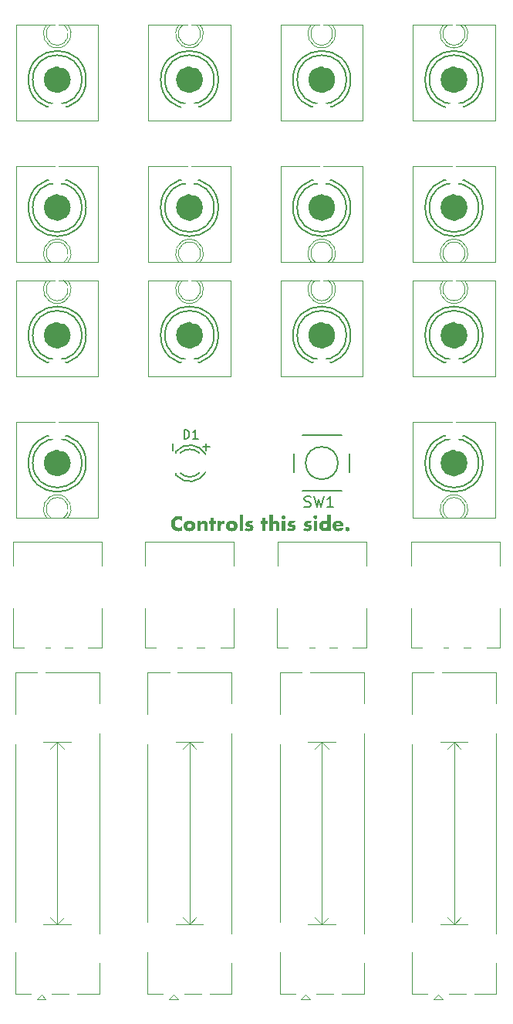
<source format=gto>
G04 #@! TF.GenerationSoftware,KiCad,Pcbnew,7.0.8*
G04 #@! TF.CreationDate,2024-09-22T18:55:50-04:00*
G04 #@! TF.ProjectId,lichen-four-board,6c696368-656e-42d6-966f-75722d626f61,rev?*
G04 #@! TF.SameCoordinates,Original*
G04 #@! TF.FileFunction,Legend,Top*
G04 #@! TF.FilePolarity,Positive*
%FSLAX46Y46*%
G04 Gerber Fmt 4.6, Leading zero omitted, Abs format (unit mm)*
G04 Created by KiCad (PCBNEW 7.0.8) date 2024-09-22 18:55:50*
%MOMM*%
%LPD*%
G01*
G04 APERTURE LIST*
%ADD10C,0.200000*%
%ADD11C,0.150000*%
%ADD12C,0.120000*%
%ADD13C,1.500000*%
%ADD14C,0.127000*%
%ADD15C,0.203200*%
%ADD16R,1.750000X1.750000*%
%ADD17C,1.750000*%
%ADD18C,2.700000*%
%ADD19C,1.651000*%
%ADD20R,1.651000X1.651000*%
%ADD21O,2.500000X4.500000*%
%ADD22R,1.800000X1.800000*%
%ADD23C,1.800000*%
%ADD24C,2.000000*%
%ADD25C,2.032000*%
G04 APERTURE END LIST*
D10*
G36*
X122211325Y-165709979D02*
G01*
X122193153Y-165688462D01*
X122174449Y-165668333D01*
X122155212Y-165649593D01*
X122135442Y-165632241D01*
X122115140Y-165616277D01*
X122094306Y-165601701D01*
X122072940Y-165588513D01*
X122051041Y-165576714D01*
X122028610Y-165566302D01*
X122005646Y-165557279D01*
X121982150Y-165549644D01*
X121958122Y-165543397D01*
X121933561Y-165538539D01*
X121908468Y-165535068D01*
X121882843Y-165532986D01*
X121856685Y-165532292D01*
X121839359Y-165532595D01*
X121822278Y-165533503D01*
X121805442Y-165535016D01*
X121788850Y-165537135D01*
X121772503Y-165539859D01*
X121756401Y-165543188D01*
X121740544Y-165547123D01*
X121724931Y-165551663D01*
X121709563Y-165556809D01*
X121694440Y-165562560D01*
X121684494Y-165566730D01*
X121669849Y-165573338D01*
X121655591Y-165580383D01*
X121641719Y-165587866D01*
X121628234Y-165595787D01*
X121615135Y-165604147D01*
X121602422Y-165612944D01*
X121590096Y-165622179D01*
X121578156Y-165631851D01*
X121566603Y-165641962D01*
X121555436Y-165652511D01*
X121548206Y-165659787D01*
X121537768Y-165671043D01*
X121527748Y-165682692D01*
X121518147Y-165694733D01*
X121508965Y-165707168D01*
X121500201Y-165719995D01*
X121491856Y-165733216D01*
X121483930Y-165746829D01*
X121476422Y-165760835D01*
X121469332Y-165775233D01*
X121462661Y-165790025D01*
X121458447Y-165800104D01*
X121452620Y-165815467D01*
X121447366Y-165831055D01*
X121442685Y-165846868D01*
X121438577Y-165862907D01*
X121435043Y-165879171D01*
X121432081Y-165895661D01*
X121429693Y-165912376D01*
X121427878Y-165929316D01*
X121426636Y-165946482D01*
X121425968Y-165963873D01*
X121425840Y-165975593D01*
X121426127Y-165993592D01*
X121426987Y-166011322D01*
X121428420Y-166028781D01*
X121430426Y-166045969D01*
X121433005Y-166062887D01*
X121436157Y-166079534D01*
X121439883Y-166095911D01*
X121444182Y-166112018D01*
X121449053Y-166127854D01*
X121454498Y-166143419D01*
X121458447Y-166153646D01*
X121464848Y-166168709D01*
X121471687Y-166183398D01*
X121478965Y-166197715D01*
X121486680Y-166211657D01*
X121494833Y-166225226D01*
X121503424Y-166238422D01*
X121512453Y-166251244D01*
X121521919Y-166263692D01*
X121531824Y-166275767D01*
X121542167Y-166287469D01*
X121549305Y-166295062D01*
X121560401Y-166306037D01*
X121571845Y-166316568D01*
X121583637Y-166326654D01*
X121595776Y-166336295D01*
X121608263Y-166345493D01*
X121621098Y-166354246D01*
X121634281Y-166362555D01*
X121647811Y-166370419D01*
X121661690Y-166377839D01*
X121675915Y-166384814D01*
X121685593Y-166389218D01*
X121700340Y-166395307D01*
X121715320Y-166400797D01*
X121730531Y-166405688D01*
X121745974Y-166409980D01*
X121761649Y-166413674D01*
X121777556Y-166416768D01*
X121793694Y-166419264D01*
X121810065Y-166421160D01*
X121826667Y-166422458D01*
X121843501Y-166423157D01*
X121854853Y-166423290D01*
X121879472Y-166422620D01*
X121903780Y-166420611D01*
X121927775Y-166417262D01*
X121951459Y-166412574D01*
X121974830Y-166406546D01*
X121997890Y-166399178D01*
X122020637Y-166390472D01*
X122043073Y-166380425D01*
X122065196Y-166369039D01*
X122087008Y-166356314D01*
X122108507Y-166342249D01*
X122129695Y-166326844D01*
X122150570Y-166310100D01*
X122171134Y-166292017D01*
X122191386Y-166272594D01*
X122211325Y-166251831D01*
X122211325Y-166742027D01*
X122169560Y-166756681D01*
X122152015Y-166762843D01*
X122134689Y-166768690D01*
X122117583Y-166774221D01*
X122100695Y-166779436D01*
X122084026Y-166784336D01*
X122067576Y-166788920D01*
X122051345Y-166793189D01*
X122035333Y-166797142D01*
X122019540Y-166800779D01*
X122003966Y-166804101D01*
X121993705Y-166806140D01*
X121978468Y-166808956D01*
X121963257Y-166811494D01*
X121948071Y-166813756D01*
X121932911Y-166815740D01*
X121917777Y-166817448D01*
X121902669Y-166818879D01*
X121887587Y-166820033D01*
X121872530Y-166820910D01*
X121857499Y-166821510D01*
X121842494Y-166821833D01*
X121832505Y-166821894D01*
X121812177Y-166821651D01*
X121791953Y-166820921D01*
X121771831Y-166819705D01*
X121751813Y-166818002D01*
X121731898Y-166815812D01*
X121712085Y-166813136D01*
X121692376Y-166809973D01*
X121672770Y-166806324D01*
X121653267Y-166802188D01*
X121633867Y-166797565D01*
X121614570Y-166792456D01*
X121595375Y-166786861D01*
X121576284Y-166780778D01*
X121557296Y-166774210D01*
X121538412Y-166767154D01*
X121519630Y-166759612D01*
X121501082Y-166751584D01*
X121482810Y-166743160D01*
X121464812Y-166734342D01*
X121447090Y-166725128D01*
X121429641Y-166715520D01*
X121412468Y-166705516D01*
X121395570Y-166695118D01*
X121378946Y-166684324D01*
X121362597Y-166673136D01*
X121346523Y-166661553D01*
X121330723Y-166649574D01*
X121315198Y-166637201D01*
X121299948Y-166624432D01*
X121284973Y-166611269D01*
X121270273Y-166597711D01*
X121255847Y-166583757D01*
X121241780Y-166569396D01*
X121228061Y-166554706D01*
X121214691Y-166539686D01*
X121201671Y-166524338D01*
X121189000Y-166508660D01*
X121176678Y-166492653D01*
X121164706Y-166476317D01*
X121153082Y-166459651D01*
X121141808Y-166442657D01*
X121130883Y-166425333D01*
X121120307Y-166407681D01*
X121110080Y-166389699D01*
X121100203Y-166371388D01*
X121090674Y-166352748D01*
X121081495Y-166333778D01*
X121072665Y-166314480D01*
X121064325Y-166294858D01*
X121056522Y-166275010D01*
X121049258Y-166254935D01*
X121042532Y-166234635D01*
X121036344Y-166214109D01*
X121030694Y-166193356D01*
X121025582Y-166172378D01*
X121021008Y-166151173D01*
X121016972Y-166129742D01*
X121013475Y-166108085D01*
X121010515Y-166086202D01*
X121008094Y-166064093D01*
X121006210Y-166041757D01*
X121004865Y-166019196D01*
X121004058Y-165996408D01*
X121003789Y-165973394D01*
X121004055Y-165950478D01*
X121004853Y-165927799D01*
X121006184Y-165905358D01*
X121008048Y-165883154D01*
X121010443Y-165861188D01*
X121013371Y-165839460D01*
X121016832Y-165817969D01*
X121020825Y-165796715D01*
X121025350Y-165775699D01*
X121030407Y-165754921D01*
X121035997Y-165734380D01*
X121042120Y-165714077D01*
X121048774Y-165694012D01*
X121055961Y-165674184D01*
X121063681Y-165654593D01*
X121071933Y-165635240D01*
X121080629Y-165616174D01*
X121089684Y-165597442D01*
X121099096Y-165579045D01*
X121108867Y-165560983D01*
X121118995Y-165543256D01*
X121129480Y-165525863D01*
X121140324Y-165508806D01*
X121151525Y-165492083D01*
X121163084Y-165475696D01*
X121175001Y-165459643D01*
X121187276Y-165443925D01*
X121199908Y-165428542D01*
X121212898Y-165413494D01*
X121226246Y-165398781D01*
X121239952Y-165384402D01*
X121254016Y-165370359D01*
X121268401Y-165356627D01*
X121283073Y-165343277D01*
X121298031Y-165330306D01*
X121313275Y-165317717D01*
X121328805Y-165305508D01*
X121344622Y-165293680D01*
X121360725Y-165282233D01*
X121377114Y-165271166D01*
X121393789Y-165260480D01*
X121410751Y-165250174D01*
X121427999Y-165240249D01*
X121445532Y-165230705D01*
X121463353Y-165221542D01*
X121481459Y-165212759D01*
X121499852Y-165204357D01*
X121518531Y-165196336D01*
X121537454Y-165188750D01*
X121556489Y-165181653D01*
X121575636Y-165175045D01*
X121594895Y-165168927D01*
X121614265Y-165163299D01*
X121633746Y-165158160D01*
X121653340Y-165153510D01*
X121673045Y-165149350D01*
X121692861Y-165145679D01*
X121712789Y-165142497D01*
X121732829Y-165139806D01*
X121752981Y-165137603D01*
X121773244Y-165135890D01*
X121793619Y-165134666D01*
X121814105Y-165133932D01*
X121834703Y-165133688D01*
X121852328Y-165133865D01*
X121869895Y-165134396D01*
X121887405Y-165135281D01*
X121904856Y-165136521D01*
X121922249Y-165138115D01*
X121939585Y-165140063D01*
X121956862Y-165142365D01*
X121974082Y-165145022D01*
X121991243Y-165148033D01*
X122008347Y-165151398D01*
X122019717Y-165153838D01*
X122036902Y-165157740D01*
X122054248Y-165162029D01*
X122071755Y-165166705D01*
X122089423Y-165171767D01*
X122107253Y-165177215D01*
X122125243Y-165183049D01*
X122143394Y-165189270D01*
X122161706Y-165195878D01*
X122180179Y-165202872D01*
X122198813Y-165210252D01*
X122211325Y-165215387D01*
X122211325Y-165709979D01*
G37*
G36*
X123066477Y-165649699D02*
G01*
X123083593Y-165650210D01*
X123100549Y-165651061D01*
X123117344Y-165652253D01*
X123133979Y-165653786D01*
X123150454Y-165655659D01*
X123166769Y-165657873D01*
X123182923Y-165660428D01*
X123198918Y-165663323D01*
X123214751Y-165666559D01*
X123230425Y-165670135D01*
X123245938Y-165674052D01*
X123261291Y-165678310D01*
X123276484Y-165682908D01*
X123291516Y-165687846D01*
X123306388Y-165693126D01*
X123321057Y-165698666D01*
X123335480Y-165704477D01*
X123349656Y-165710561D01*
X123363587Y-165716917D01*
X123377271Y-165723544D01*
X123390709Y-165730443D01*
X123403901Y-165737615D01*
X123416847Y-165745058D01*
X123429547Y-165752773D01*
X123442000Y-165760760D01*
X123454208Y-165769019D01*
X123466169Y-165777550D01*
X123483649Y-165790856D01*
X123500576Y-165804774D01*
X123511552Y-165814392D01*
X123527560Y-165829216D01*
X123542885Y-165844562D01*
X123557527Y-165860429D01*
X123571487Y-165876817D01*
X123584764Y-165893728D01*
X123597359Y-165911160D01*
X123609271Y-165929113D01*
X123620500Y-165947589D01*
X123631046Y-165966586D01*
X123640910Y-165986104D01*
X123647107Y-165999406D01*
X123652963Y-166012913D01*
X123658441Y-166026597D01*
X123663542Y-166040459D01*
X123668265Y-166054498D01*
X123672609Y-166068715D01*
X123676576Y-166083109D01*
X123680166Y-166097681D01*
X123683377Y-166112430D01*
X123686211Y-166127356D01*
X123688666Y-166142460D01*
X123690744Y-166157742D01*
X123692445Y-166173200D01*
X123693767Y-166188837D01*
X123694711Y-166204650D01*
X123695278Y-166220642D01*
X123695467Y-166236810D01*
X123695274Y-166252935D01*
X123694694Y-166268884D01*
X123693728Y-166284660D01*
X123692376Y-166300260D01*
X123690637Y-166315686D01*
X123688512Y-166330937D01*
X123686000Y-166346014D01*
X123683102Y-166360916D01*
X123679818Y-166375644D01*
X123676147Y-166390197D01*
X123672090Y-166404575D01*
X123667646Y-166418779D01*
X123662816Y-166432808D01*
X123657600Y-166446663D01*
X123651997Y-166460343D01*
X123646008Y-166473848D01*
X123639682Y-166487152D01*
X123629657Y-166506678D01*
X123618989Y-166525689D01*
X123607676Y-166544184D01*
X123595719Y-166562165D01*
X123583118Y-166579630D01*
X123569873Y-166596580D01*
X123555984Y-166613015D01*
X123541451Y-166628935D01*
X123526274Y-166644339D01*
X123510453Y-166659228D01*
X123494073Y-166673482D01*
X123477081Y-166687118D01*
X123459477Y-166700135D01*
X123447402Y-166708470D01*
X123435054Y-166716530D01*
X123422434Y-166724315D01*
X123409543Y-166731826D01*
X123396380Y-166739061D01*
X123382944Y-166746022D01*
X123369237Y-166752709D01*
X123355258Y-166759120D01*
X123341007Y-166765257D01*
X123326484Y-166771118D01*
X123311689Y-166776705D01*
X123304190Y-166779396D01*
X123289045Y-166784542D01*
X123273742Y-166789356D01*
X123258281Y-166793839D01*
X123242664Y-166797989D01*
X123226889Y-166801807D01*
X123210956Y-166805293D01*
X123194866Y-166808447D01*
X123178619Y-166811270D01*
X123162214Y-166813760D01*
X123145652Y-166815918D01*
X123128932Y-166817744D01*
X123112055Y-166819238D01*
X123095020Y-166820400D01*
X123077828Y-166821230D01*
X123060479Y-166821728D01*
X123042972Y-166821894D01*
X123025743Y-166821728D01*
X123008677Y-166821230D01*
X122991774Y-166820400D01*
X122975035Y-166819238D01*
X122958458Y-166817744D01*
X122942045Y-166815918D01*
X122925794Y-166813760D01*
X122909707Y-166811270D01*
X122893783Y-166808447D01*
X122878022Y-166805293D01*
X122862425Y-166801807D01*
X122846990Y-166797989D01*
X122831719Y-166793839D01*
X122816611Y-166789356D01*
X122801666Y-166784542D01*
X122786884Y-166779396D01*
X122772355Y-166773942D01*
X122758078Y-166768205D01*
X122744053Y-166762184D01*
X122730280Y-166755880D01*
X122716759Y-166749292D01*
X122703490Y-166742422D01*
X122690473Y-166735268D01*
X122677707Y-166727830D01*
X122665193Y-166720109D01*
X122646895Y-166707997D01*
X122629164Y-166695247D01*
X122611999Y-166681859D01*
X122595401Y-166667834D01*
X122584651Y-166658129D01*
X122569036Y-166643028D01*
X122554065Y-166627398D01*
X122539738Y-166611240D01*
X122526055Y-166594554D01*
X122513016Y-166577340D01*
X122500622Y-166559597D01*
X122488871Y-166541327D01*
X122477764Y-166522529D01*
X122467301Y-166503202D01*
X122460684Y-166490025D01*
X122454352Y-166476612D01*
X122451294Y-166469818D01*
X122445482Y-166456029D01*
X122440045Y-166442049D01*
X122434984Y-166427877D01*
X122430297Y-166413512D01*
X122425985Y-166398957D01*
X122422048Y-166384209D01*
X122418486Y-166369270D01*
X122415299Y-166354139D01*
X122412487Y-166338816D01*
X122410049Y-166323301D01*
X122407987Y-166307595D01*
X122406300Y-166291696D01*
X122404988Y-166275606D01*
X122404050Y-166259325D01*
X122403488Y-166242851D01*
X122403370Y-166232414D01*
X122804469Y-166232414D01*
X122804952Y-166249593D01*
X122806401Y-166266324D01*
X122808816Y-166282608D01*
X122812197Y-166298445D01*
X122816544Y-166313835D01*
X122821857Y-166328778D01*
X122824253Y-166334630D01*
X122830739Y-166348769D01*
X122837834Y-166362336D01*
X122845537Y-166375330D01*
X122853848Y-166387752D01*
X122862768Y-166399602D01*
X122872295Y-166410879D01*
X122876277Y-166415230D01*
X122886770Y-166425616D01*
X122897872Y-166435251D01*
X122909582Y-166444135D01*
X122921900Y-166452267D01*
X122934827Y-166459648D01*
X122948362Y-166466277D01*
X122953946Y-166468719D01*
X122968153Y-166474207D01*
X122982611Y-166478765D01*
X122997319Y-166482393D01*
X123012278Y-166485091D01*
X123027487Y-166486858D01*
X123042947Y-166487695D01*
X123049200Y-166487770D01*
X123064857Y-166487305D01*
X123080227Y-166485909D01*
X123095311Y-166483584D01*
X123110109Y-166480328D01*
X123124620Y-166476142D01*
X123138845Y-166471026D01*
X123144455Y-166468719D01*
X123158224Y-166462390D01*
X123171367Y-166455309D01*
X123183884Y-166447478D01*
X123195775Y-166438895D01*
X123209217Y-166427603D01*
X123219731Y-166417367D01*
X123221758Y-166415230D01*
X123231634Y-166404182D01*
X123240885Y-166392561D01*
X123249509Y-166380368D01*
X123257507Y-166367602D01*
X123264879Y-166354264D01*
X123271625Y-166340354D01*
X123274148Y-166334630D01*
X123279953Y-166319920D01*
X123284774Y-166304870D01*
X123288611Y-166289480D01*
X123291465Y-166273750D01*
X123293334Y-166257681D01*
X123294219Y-166241271D01*
X123294298Y-166234612D01*
X123293806Y-166218709D01*
X123292330Y-166203056D01*
X123289871Y-166187654D01*
X123286427Y-166172502D01*
X123282000Y-166157601D01*
X123276588Y-166142950D01*
X123274148Y-166137159D01*
X123267653Y-166123020D01*
X123260531Y-166109453D01*
X123252783Y-166096459D01*
X123244410Y-166084036D01*
X123235410Y-166072187D01*
X123225784Y-166060910D01*
X123221758Y-166056559D01*
X123211370Y-166046173D01*
X123198078Y-166034701D01*
X123183884Y-166024311D01*
X123171367Y-166016479D01*
X123158224Y-166009399D01*
X123144455Y-166003070D01*
X123130344Y-165997476D01*
X123115947Y-165992830D01*
X123101264Y-165989133D01*
X123086295Y-165986383D01*
X123071039Y-165984582D01*
X123055497Y-165983729D01*
X123049200Y-165983653D01*
X123033641Y-165984127D01*
X123018331Y-165985549D01*
X123003273Y-165987919D01*
X122988464Y-165991238D01*
X122973906Y-165995504D01*
X122959599Y-166000719D01*
X122953946Y-166003070D01*
X122940168Y-166009399D01*
X122926998Y-166016479D01*
X122914436Y-166024311D01*
X122902483Y-166032894D01*
X122891138Y-166042229D01*
X122880401Y-166052314D01*
X122876277Y-166056559D01*
X122866506Y-166067581D01*
X122857343Y-166079121D01*
X122848788Y-166091180D01*
X122840842Y-166103757D01*
X122833504Y-166116854D01*
X122826774Y-166130469D01*
X122824253Y-166136060D01*
X122818553Y-166150294D01*
X122813820Y-166164833D01*
X122810053Y-166179675D01*
X122807251Y-166194822D01*
X122805416Y-166210272D01*
X122804546Y-166226027D01*
X122804469Y-166232414D01*
X122403370Y-166232414D01*
X122403300Y-166226186D01*
X122403488Y-166211046D01*
X122404050Y-166196035D01*
X122404988Y-166181153D01*
X122406300Y-166166400D01*
X122407987Y-166151775D01*
X122411221Y-166130080D01*
X122415299Y-166108674D01*
X122420220Y-166087559D01*
X122425985Y-166066733D01*
X122432593Y-166046197D01*
X122440045Y-166025951D01*
X122448341Y-166005994D01*
X122451294Y-165999406D01*
X122460690Y-165979933D01*
X122470743Y-165960942D01*
X122481452Y-165942435D01*
X122492819Y-165924410D01*
X122504843Y-165906869D01*
X122517523Y-165889810D01*
X122530860Y-165873235D01*
X122544854Y-165857143D01*
X122559505Y-165841533D01*
X122574813Y-165826407D01*
X122585383Y-165816591D01*
X122601810Y-165802255D01*
X122618803Y-165788512D01*
X122636362Y-165775362D01*
X122648384Y-165766924D01*
X122660657Y-165758749D01*
X122673182Y-165750838D01*
X122685959Y-165743190D01*
X122698988Y-165735806D01*
X122712268Y-165728685D01*
X122725801Y-165721827D01*
X122739585Y-165715232D01*
X122753622Y-165708901D01*
X122767910Y-165702833D01*
X122782450Y-165697028D01*
X122789815Y-165694225D01*
X122804738Y-165688812D01*
X122819834Y-165683749D01*
X122835101Y-165679035D01*
X122850539Y-165674670D01*
X122866150Y-165670655D01*
X122881932Y-165666988D01*
X122897886Y-165663671D01*
X122914012Y-165660703D01*
X122930310Y-165658084D01*
X122946779Y-165655814D01*
X122963420Y-165653893D01*
X122980232Y-165652322D01*
X122997217Y-165651100D01*
X123014373Y-165650227D01*
X123031701Y-165649703D01*
X123049200Y-165649528D01*
X123066477Y-165649699D01*
G37*
G36*
X123920048Y-165696423D02*
G01*
X124295205Y-165696423D01*
X124295205Y-165833077D01*
X124304831Y-165821459D01*
X124314474Y-165810328D01*
X124328970Y-165794544D01*
X124343505Y-165779854D01*
X124358079Y-165766259D01*
X124372691Y-165753759D01*
X124387342Y-165742354D01*
X124402032Y-165732043D01*
X124416760Y-165722828D01*
X124431527Y-165714707D01*
X124446333Y-165707681D01*
X124451277Y-165705582D01*
X124466418Y-165699755D01*
X124482030Y-165694501D01*
X124498111Y-165689820D01*
X124514663Y-165685713D01*
X124531685Y-165682178D01*
X124549177Y-165679217D01*
X124567140Y-165676829D01*
X124585572Y-165675014D01*
X124604474Y-165673772D01*
X124623847Y-165673103D01*
X124637023Y-165672976D01*
X124657829Y-165673301D01*
X124678067Y-165674277D01*
X124697740Y-165675903D01*
X124716845Y-165678179D01*
X124735383Y-165681106D01*
X124753355Y-165684684D01*
X124770760Y-165688912D01*
X124787599Y-165693790D01*
X124803871Y-165699319D01*
X124819576Y-165705498D01*
X124829731Y-165709979D01*
X124844631Y-165717118D01*
X124859106Y-165724799D01*
X124873156Y-165733021D01*
X124886781Y-165741784D01*
X124899980Y-165751087D01*
X124912755Y-165760932D01*
X124925105Y-165771317D01*
X124937030Y-165782244D01*
X124948529Y-165793711D01*
X124959604Y-165805720D01*
X124966751Y-165814026D01*
X124977742Y-165827873D01*
X124987817Y-165842122D01*
X124996976Y-165856770D01*
X125005219Y-165871820D01*
X125012547Y-165887270D01*
X125018958Y-165903121D01*
X125024453Y-165919373D01*
X125029033Y-165936025D01*
X125032897Y-165953084D01*
X125036246Y-165970738D01*
X125039079Y-165988988D01*
X125041398Y-166007833D01*
X125043201Y-166027273D01*
X125044215Y-166042244D01*
X125044940Y-166057549D01*
X125045374Y-166073190D01*
X125045519Y-166089166D01*
X125045519Y-166775000D01*
X124670362Y-166775000D01*
X124670362Y-166230582D01*
X124670259Y-166215874D01*
X124669801Y-166197095D01*
X124668977Y-166179267D01*
X124667786Y-166162388D01*
X124666229Y-166146460D01*
X124664306Y-166131482D01*
X124661386Y-166114096D01*
X124658639Y-166101256D01*
X124654651Y-166086283D01*
X124649787Y-166072276D01*
X124642793Y-166056742D01*
X124634537Y-166042600D01*
X124625019Y-166029849D01*
X124617972Y-166022121D01*
X124606615Y-166011905D01*
X124594661Y-166003057D01*
X124580270Y-165994619D01*
X124565100Y-165987967D01*
X124561186Y-165986584D01*
X124545318Y-165981935D01*
X124530945Y-165978958D01*
X124516116Y-165976997D01*
X124500831Y-165976052D01*
X124494141Y-165975959D01*
X124476471Y-165976468D01*
X124459593Y-165977994D01*
X124443507Y-165980538D01*
X124428213Y-165984099D01*
X124413711Y-165988678D01*
X124400001Y-165994274D01*
X124382954Y-166003319D01*
X124367315Y-166014173D01*
X124353084Y-166026835D01*
X124346496Y-166033845D01*
X124334475Y-166049089D01*
X124326511Y-166061536D01*
X124319448Y-166074853D01*
X124313287Y-166089039D01*
X124308028Y-166104095D01*
X124303670Y-166120020D01*
X124300214Y-166136814D01*
X124297660Y-166154478D01*
X124296007Y-166173011D01*
X124295255Y-166192414D01*
X124295205Y-166199075D01*
X124295205Y-166775000D01*
X123920048Y-166775000D01*
X123920048Y-165696423D01*
G37*
G36*
X125712302Y-166024685D02*
G01*
X125712302Y-166775000D01*
X125337145Y-166775000D01*
X125337145Y-166024685D01*
X125219909Y-166024685D01*
X125219909Y-165696423D01*
X125337145Y-165696423D01*
X125337145Y-165368161D01*
X125712302Y-165368161D01*
X125712302Y-165696423D01*
X125946775Y-165696423D01*
X125946775Y-166024685D01*
X125712302Y-166024685D01*
G37*
G36*
X126096252Y-165696423D02*
G01*
X126471409Y-165696423D01*
X126471409Y-165871912D01*
X126483194Y-165853770D01*
X126495469Y-165836440D01*
X126508233Y-165819921D01*
X126521487Y-165804214D01*
X126535229Y-165789319D01*
X126549462Y-165775234D01*
X126564184Y-165761962D01*
X126579395Y-165749500D01*
X126595096Y-165737850D01*
X126611286Y-165727012D01*
X126622351Y-165720237D01*
X126639373Y-165710743D01*
X126656917Y-165702183D01*
X126674982Y-165694557D01*
X126693569Y-165687865D01*
X126712678Y-165682107D01*
X126732308Y-165677282D01*
X126752460Y-165673391D01*
X126773133Y-165670434D01*
X126794328Y-165668411D01*
X126816045Y-165667321D01*
X126830812Y-165667114D01*
X126845539Y-165667114D01*
X126860445Y-165667114D01*
X126863785Y-165667114D01*
X126879278Y-165668021D01*
X126893804Y-165670205D01*
X126905184Y-165672609D01*
X126905184Y-166039340D01*
X126890715Y-166032531D01*
X126876020Y-166026391D01*
X126861099Y-166020922D01*
X126845954Y-166016122D01*
X126830582Y-166011992D01*
X126814986Y-166008531D01*
X126799164Y-166005740D01*
X126783116Y-166003620D01*
X126766844Y-166002168D01*
X126750345Y-166001387D01*
X126739221Y-166001238D01*
X126722767Y-166001547D01*
X126706833Y-166002475D01*
X126691419Y-166004020D01*
X126676527Y-166006184D01*
X126655166Y-166010589D01*
X126634976Y-166016385D01*
X126615959Y-166023572D01*
X126598114Y-166032150D01*
X126581441Y-166042119D01*
X126565940Y-166053479D01*
X126551611Y-166066231D01*
X126538454Y-166080373D01*
X126526472Y-166095848D01*
X126515669Y-166112599D01*
X126506045Y-166130624D01*
X126497598Y-166149925D01*
X126490331Y-166170501D01*
X126486141Y-166184926D01*
X126482474Y-166199919D01*
X126479331Y-166215478D01*
X126476712Y-166231603D01*
X126474617Y-166248296D01*
X126473046Y-166265555D01*
X126471998Y-166283381D01*
X126471475Y-166301773D01*
X126471409Y-166311182D01*
X126471409Y-166775000D01*
X126096252Y-166775000D01*
X126096252Y-165696423D01*
G37*
G36*
X127698787Y-165649699D02*
G01*
X127715903Y-165650210D01*
X127732859Y-165651061D01*
X127749654Y-165652253D01*
X127766289Y-165653786D01*
X127782764Y-165655659D01*
X127799079Y-165657873D01*
X127815233Y-165660428D01*
X127831227Y-165663323D01*
X127847061Y-165666559D01*
X127862735Y-165670135D01*
X127878248Y-165674052D01*
X127893601Y-165678310D01*
X127908794Y-165682908D01*
X127923826Y-165687846D01*
X127938698Y-165693126D01*
X127953367Y-165698666D01*
X127967790Y-165704477D01*
X127981966Y-165710561D01*
X127995897Y-165716917D01*
X128009581Y-165723544D01*
X128023019Y-165730443D01*
X128036211Y-165737615D01*
X128049157Y-165745058D01*
X128061857Y-165752773D01*
X128074310Y-165760760D01*
X128086517Y-165769019D01*
X128098479Y-165777550D01*
X128115959Y-165790856D01*
X128132885Y-165804774D01*
X128143862Y-165814392D01*
X128159870Y-165829216D01*
X128175195Y-165844562D01*
X128189837Y-165860429D01*
X128203797Y-165876817D01*
X128217074Y-165893728D01*
X128229669Y-165911160D01*
X128241580Y-165929113D01*
X128252810Y-165947589D01*
X128263356Y-165966586D01*
X128273220Y-165986104D01*
X128279417Y-165999406D01*
X128285273Y-166012913D01*
X128290751Y-166026597D01*
X128295852Y-166040459D01*
X128300574Y-166054498D01*
X128304919Y-166068715D01*
X128308886Y-166083109D01*
X128312475Y-166097681D01*
X128315687Y-166112430D01*
X128318520Y-166127356D01*
X128320976Y-166142460D01*
X128323054Y-166157742D01*
X128324754Y-166173200D01*
X128326077Y-166188837D01*
X128327021Y-166204650D01*
X128327588Y-166220642D01*
X128327777Y-166236810D01*
X128327584Y-166252935D01*
X128327004Y-166268884D01*
X128326038Y-166284660D01*
X128324686Y-166300260D01*
X128322947Y-166315686D01*
X128320822Y-166330937D01*
X128318310Y-166346014D01*
X128315412Y-166360916D01*
X128312128Y-166375644D01*
X128308457Y-166390197D01*
X128304400Y-166404575D01*
X128299956Y-166418779D01*
X128295126Y-166432808D01*
X128289910Y-166446663D01*
X128284307Y-166460343D01*
X128278318Y-166473848D01*
X128271992Y-166487152D01*
X128261967Y-166506678D01*
X128251298Y-166525689D01*
X128239985Y-166544184D01*
X128228028Y-166562165D01*
X128215428Y-166579630D01*
X128202183Y-166596580D01*
X128188294Y-166613015D01*
X128173761Y-166628935D01*
X128158584Y-166644339D01*
X128142763Y-166659228D01*
X128126383Y-166673482D01*
X128109391Y-166687118D01*
X128091787Y-166700135D01*
X128079711Y-166708470D01*
X128067364Y-166716530D01*
X128054744Y-166724315D01*
X128041853Y-166731826D01*
X128028689Y-166739061D01*
X128015254Y-166746022D01*
X128001547Y-166752709D01*
X127987568Y-166759120D01*
X127973317Y-166765257D01*
X127958794Y-166771118D01*
X127943999Y-166776705D01*
X127936500Y-166779396D01*
X127921354Y-166784542D01*
X127906052Y-166789356D01*
X127890591Y-166793839D01*
X127874974Y-166797989D01*
X127859198Y-166801807D01*
X127843266Y-166805293D01*
X127827176Y-166808447D01*
X127810928Y-166811270D01*
X127794524Y-166813760D01*
X127777961Y-166815918D01*
X127761242Y-166817744D01*
X127744365Y-166819238D01*
X127727330Y-166820400D01*
X127710138Y-166821230D01*
X127692789Y-166821728D01*
X127675282Y-166821894D01*
X127658053Y-166821728D01*
X127640987Y-166821230D01*
X127624084Y-166820400D01*
X127607344Y-166819238D01*
X127590768Y-166817744D01*
X127574354Y-166815918D01*
X127558104Y-166813760D01*
X127542017Y-166811270D01*
X127526093Y-166808447D01*
X127510332Y-166805293D01*
X127494735Y-166801807D01*
X127479300Y-166797989D01*
X127464029Y-166793839D01*
X127448921Y-166789356D01*
X127433975Y-166784542D01*
X127419193Y-166779396D01*
X127404665Y-166773942D01*
X127390388Y-166768205D01*
X127376363Y-166762184D01*
X127362590Y-166755880D01*
X127349069Y-166749292D01*
X127335800Y-166742422D01*
X127322782Y-166735268D01*
X127310017Y-166727830D01*
X127297503Y-166720109D01*
X127279205Y-166707997D01*
X127261474Y-166695247D01*
X127244309Y-166681859D01*
X127227711Y-166667834D01*
X127216960Y-166658129D01*
X127201346Y-166643028D01*
X127186375Y-166627398D01*
X127172048Y-166611240D01*
X127158365Y-166594554D01*
X127145326Y-166577340D01*
X127132931Y-166559597D01*
X127121180Y-166541327D01*
X127110074Y-166522529D01*
X127099611Y-166503202D01*
X127092993Y-166490025D01*
X127086662Y-166476612D01*
X127083604Y-166469818D01*
X127077792Y-166456029D01*
X127072355Y-166442049D01*
X127067293Y-166427877D01*
X127062607Y-166413512D01*
X127058295Y-166398957D01*
X127054358Y-166384209D01*
X127050796Y-166369270D01*
X127047609Y-166354139D01*
X127044796Y-166338816D01*
X127042359Y-166323301D01*
X127040297Y-166307595D01*
X127038610Y-166291696D01*
X127037297Y-166275606D01*
X127036360Y-166259325D01*
X127035798Y-166242851D01*
X127035680Y-166232414D01*
X127436779Y-166232414D01*
X127437262Y-166249593D01*
X127438711Y-166266324D01*
X127441126Y-166282608D01*
X127444507Y-166298445D01*
X127448854Y-166313835D01*
X127454167Y-166328778D01*
X127456563Y-166334630D01*
X127463049Y-166348769D01*
X127470144Y-166362336D01*
X127477847Y-166375330D01*
X127486158Y-166387752D01*
X127495077Y-166399602D01*
X127504605Y-166410879D01*
X127508586Y-166415230D01*
X127519080Y-166425616D01*
X127530182Y-166435251D01*
X127541892Y-166444135D01*
X127554210Y-166452267D01*
X127567137Y-166459648D01*
X127580671Y-166466277D01*
X127586256Y-166468719D01*
X127600463Y-166474207D01*
X127614921Y-166478765D01*
X127629629Y-166482393D01*
X127644588Y-166485091D01*
X127659797Y-166486858D01*
X127675256Y-166487695D01*
X127681510Y-166487770D01*
X127697167Y-166487305D01*
X127712537Y-166485909D01*
X127727621Y-166483584D01*
X127742418Y-166480328D01*
X127756930Y-166476142D01*
X127771155Y-166471026D01*
X127776765Y-166468719D01*
X127790534Y-166462390D01*
X127803677Y-166455309D01*
X127816194Y-166447478D01*
X127828085Y-166438895D01*
X127841527Y-166427603D01*
X127852040Y-166417367D01*
X127854068Y-166415230D01*
X127863944Y-166404182D01*
X127873195Y-166392561D01*
X127881819Y-166380368D01*
X127889817Y-166367602D01*
X127897189Y-166354264D01*
X127903935Y-166340354D01*
X127906458Y-166334630D01*
X127912263Y-166319920D01*
X127917084Y-166304870D01*
X127920921Y-166289480D01*
X127923774Y-166273750D01*
X127925644Y-166257681D01*
X127926529Y-166241271D01*
X127926608Y-166234612D01*
X127926116Y-166218709D01*
X127924640Y-166203056D01*
X127922181Y-166187654D01*
X127918737Y-166172502D01*
X127914309Y-166157601D01*
X127908898Y-166142950D01*
X127906458Y-166137159D01*
X127899963Y-166123020D01*
X127892841Y-166109453D01*
X127885093Y-166096459D01*
X127876720Y-166084036D01*
X127867720Y-166072187D01*
X127858094Y-166060910D01*
X127854068Y-166056559D01*
X127843680Y-166046173D01*
X127830388Y-166034701D01*
X127816194Y-166024311D01*
X127803677Y-166016479D01*
X127790534Y-166009399D01*
X127776765Y-166003070D01*
X127762654Y-165997476D01*
X127748257Y-165992830D01*
X127733574Y-165989133D01*
X127718605Y-165986383D01*
X127703349Y-165984582D01*
X127687807Y-165983729D01*
X127681510Y-165983653D01*
X127665951Y-165984127D01*
X127650641Y-165985549D01*
X127635582Y-165987919D01*
X127620774Y-165991238D01*
X127606216Y-165995504D01*
X127591908Y-166000719D01*
X127586256Y-166003070D01*
X127572478Y-166009399D01*
X127559308Y-166016479D01*
X127546746Y-166024311D01*
X127534793Y-166032894D01*
X127523448Y-166042229D01*
X127512711Y-166052314D01*
X127508586Y-166056559D01*
X127498815Y-166067581D01*
X127489653Y-166079121D01*
X127481098Y-166091180D01*
X127473152Y-166103757D01*
X127465814Y-166116854D01*
X127459084Y-166130469D01*
X127456563Y-166136060D01*
X127450863Y-166150294D01*
X127446130Y-166164833D01*
X127442362Y-166179675D01*
X127439561Y-166194822D01*
X127437726Y-166210272D01*
X127436856Y-166226027D01*
X127436779Y-166232414D01*
X127035680Y-166232414D01*
X127035610Y-166226186D01*
X127035798Y-166211046D01*
X127036360Y-166196035D01*
X127037297Y-166181153D01*
X127038610Y-166166400D01*
X127040297Y-166151775D01*
X127043531Y-166130080D01*
X127047609Y-166108674D01*
X127052530Y-166087559D01*
X127058295Y-166066733D01*
X127064903Y-166046197D01*
X127072355Y-166025951D01*
X127080651Y-166005994D01*
X127083604Y-165999406D01*
X127093000Y-165979933D01*
X127103053Y-165960942D01*
X127113762Y-165942435D01*
X127125129Y-165924410D01*
X127137152Y-165906869D01*
X127149833Y-165889810D01*
X127163170Y-165873235D01*
X127177164Y-165857143D01*
X127191815Y-165841533D01*
X127207123Y-165826407D01*
X127217693Y-165816591D01*
X127234119Y-165802255D01*
X127251112Y-165788512D01*
X127268672Y-165775362D01*
X127280693Y-165766924D01*
X127292967Y-165758749D01*
X127305492Y-165750838D01*
X127318269Y-165743190D01*
X127331298Y-165735806D01*
X127344578Y-165728685D01*
X127358111Y-165721827D01*
X127371895Y-165715232D01*
X127385932Y-165708901D01*
X127400220Y-165702833D01*
X127414760Y-165697028D01*
X127422124Y-165694225D01*
X127437048Y-165688812D01*
X127452143Y-165683749D01*
X127467410Y-165679035D01*
X127482849Y-165674670D01*
X127498460Y-165670655D01*
X127514242Y-165666988D01*
X127530196Y-165663671D01*
X127546322Y-165660703D01*
X127562619Y-165658084D01*
X127579089Y-165655814D01*
X127595730Y-165653893D01*
X127612542Y-165652322D01*
X127629527Y-165651100D01*
X127646683Y-165650227D01*
X127664011Y-165649703D01*
X127681510Y-165649528D01*
X127698787Y-165649699D01*
G37*
G36*
X128927515Y-165016451D02*
G01*
X128927515Y-166775000D01*
X128552358Y-166775000D01*
X128552358Y-165016451D01*
X128927515Y-165016451D01*
G37*
G36*
X129896915Y-165962770D02*
G01*
X129883604Y-165956071D01*
X129870325Y-165949804D01*
X129850465Y-165941214D01*
X129830676Y-165933597D01*
X129810958Y-165926952D01*
X129791311Y-165921279D01*
X129771734Y-165916579D01*
X129752228Y-165912851D01*
X129732794Y-165910096D01*
X129713430Y-165908313D01*
X129694136Y-165907503D01*
X129687721Y-165907449D01*
X129671401Y-165907977D01*
X129656101Y-165909560D01*
X129639086Y-165912853D01*
X129623540Y-165917666D01*
X129609462Y-165923998D01*
X129600893Y-165929064D01*
X129588045Y-165939222D01*
X129578353Y-165950783D01*
X129571140Y-165965712D01*
X129568210Y-165980278D01*
X129567920Y-165986950D01*
X129568902Y-166002538D01*
X129572428Y-166016917D01*
X129573049Y-166018457D01*
X129582221Y-166030603D01*
X129594258Y-166039473D01*
X129596496Y-166040806D01*
X129611082Y-166047893D01*
X129625977Y-166053371D01*
X129641456Y-166057996D01*
X129649986Y-166060223D01*
X129666442Y-166064120D01*
X129682250Y-166067795D01*
X129696624Y-166071094D01*
X129712089Y-166074607D01*
X129728645Y-166078335D01*
X129742676Y-166081472D01*
X129762326Y-166085699D01*
X129781344Y-166090322D01*
X129799730Y-166095339D01*
X129817483Y-166100752D01*
X129834603Y-166106559D01*
X129851091Y-166112762D01*
X129866946Y-166119359D01*
X129882169Y-166126352D01*
X129896759Y-166133739D01*
X129910717Y-166141521D01*
X129924042Y-166149699D01*
X129936734Y-166158271D01*
X129948794Y-166167238D01*
X129960222Y-166176601D01*
X129976177Y-166191385D01*
X129981179Y-166196510D01*
X129995321Y-166212372D01*
X130008072Y-166229045D01*
X130019432Y-166246530D01*
X130029402Y-166264826D01*
X130037980Y-166283933D01*
X130045167Y-166303852D01*
X130050963Y-166324583D01*
X130055368Y-166346124D01*
X130057531Y-166360936D01*
X130059077Y-166376109D01*
X130060004Y-166391642D01*
X130060314Y-166407536D01*
X130059979Y-166425501D01*
X130058974Y-166443124D01*
X130057300Y-166460405D01*
X130054955Y-166477346D01*
X130051942Y-166493945D01*
X130048258Y-166510203D01*
X130043904Y-166526119D01*
X130038881Y-166541694D01*
X130033188Y-166556928D01*
X130026826Y-166571820D01*
X130022212Y-166581559D01*
X130014807Y-166595838D01*
X130006880Y-166609685D01*
X129998432Y-166623100D01*
X129989462Y-166636084D01*
X129979971Y-166648637D01*
X129969958Y-166660758D01*
X129959423Y-166672448D01*
X129948366Y-166683706D01*
X129936788Y-166694533D01*
X129924689Y-166704928D01*
X129916332Y-166711618D01*
X129903383Y-166721236D01*
X129889950Y-166730440D01*
X129876034Y-166739233D01*
X129861635Y-166747614D01*
X129846754Y-166755582D01*
X129831389Y-166763138D01*
X129815541Y-166770283D01*
X129799210Y-166777015D01*
X129782397Y-166783334D01*
X129765100Y-166789242D01*
X129753300Y-166792951D01*
X129735338Y-166798124D01*
X129717034Y-166802787D01*
X129698390Y-166806942D01*
X129679403Y-166810588D01*
X129660076Y-166813726D01*
X129640407Y-166816354D01*
X129620397Y-166818474D01*
X129600046Y-166820085D01*
X129579353Y-166821188D01*
X129558319Y-166821781D01*
X129544106Y-166821894D01*
X129516653Y-166821413D01*
X129489249Y-166819971D01*
X129461893Y-166817566D01*
X129434586Y-166814200D01*
X129407328Y-166809873D01*
X129380118Y-166804583D01*
X129352957Y-166798332D01*
X129325845Y-166791120D01*
X129298781Y-166782945D01*
X129271766Y-166773809D01*
X129244800Y-166763711D01*
X129217882Y-166752651D01*
X129204441Y-166746761D01*
X129191013Y-166740630D01*
X129177596Y-166734259D01*
X129164192Y-166727647D01*
X129150800Y-166720795D01*
X129137420Y-166713702D01*
X129124053Y-166706369D01*
X129110697Y-166698796D01*
X129249183Y-166427320D01*
X129269724Y-166441028D01*
X129290130Y-166453853D01*
X129310402Y-166465792D01*
X129330539Y-166476848D01*
X129350541Y-166487019D01*
X129370410Y-166496305D01*
X129390143Y-166504707D01*
X129409742Y-166512225D01*
X129429207Y-166518858D01*
X129448537Y-166524607D01*
X129467732Y-166529471D01*
X129486793Y-166533451D01*
X129505720Y-166536546D01*
X129524512Y-166538758D01*
X129543169Y-166540084D01*
X129561692Y-166540526D01*
X129578153Y-166539954D01*
X129593648Y-166538237D01*
X129608178Y-166535374D01*
X129624338Y-166530428D01*
X129639107Y-166523834D01*
X129650352Y-166517079D01*
X129662180Y-166507711D01*
X129672887Y-166495675D01*
X129680262Y-166482446D01*
X129684307Y-166468026D01*
X129685157Y-166456995D01*
X129684384Y-166441917D01*
X129681529Y-166427191D01*
X129679661Y-166421824D01*
X129671509Y-166408452D01*
X129660435Y-166398396D01*
X129657313Y-166396179D01*
X129643527Y-166388170D01*
X129629349Y-166382068D01*
X129614557Y-166376985D01*
X129606388Y-166374563D01*
X129590678Y-166370343D01*
X129575677Y-166366643D01*
X129559259Y-166362864D01*
X129544496Y-166359657D01*
X129528748Y-166356396D01*
X129518827Y-166354413D01*
X129496583Y-166349653D01*
X129475190Y-166344625D01*
X129454646Y-166339327D01*
X129434953Y-166333760D01*
X129416109Y-166327923D01*
X129398116Y-166321818D01*
X129380973Y-166315444D01*
X129364679Y-166308801D01*
X129349236Y-166301889D01*
X129334643Y-166294707D01*
X129320900Y-166287257D01*
X129308007Y-166279538D01*
X129290262Y-166267454D01*
X129274429Y-166254765D01*
X129264937Y-166245969D01*
X129252038Y-166232088D01*
X129240409Y-166217234D01*
X129230048Y-166201408D01*
X129220956Y-166184609D01*
X129213132Y-166166838D01*
X129206577Y-166148094D01*
X129201291Y-166128378D01*
X129197274Y-166107690D01*
X129194525Y-166086029D01*
X129193397Y-166071048D01*
X129192833Y-166055635D01*
X129192763Y-166047766D01*
X129193059Y-166030620D01*
X129193948Y-166013802D01*
X129195429Y-165997312D01*
X129197503Y-165981151D01*
X129200169Y-165965318D01*
X129203428Y-165949814D01*
X129207279Y-165934638D01*
X129211722Y-165919791D01*
X129216758Y-165905272D01*
X129222387Y-165891081D01*
X129226468Y-165881803D01*
X129233115Y-165868127D01*
X129240276Y-165854850D01*
X129247952Y-165841972D01*
X129256144Y-165829493D01*
X129264851Y-165817414D01*
X129274073Y-165805734D01*
X129283810Y-165794453D01*
X129294063Y-165783572D01*
X129304830Y-165773090D01*
X129316113Y-165763007D01*
X129323921Y-165756507D01*
X129336103Y-165747096D01*
X129348741Y-165738097D01*
X129361837Y-165729510D01*
X129375390Y-165721336D01*
X129389400Y-165713574D01*
X129403867Y-165706223D01*
X129418792Y-165699285D01*
X129434174Y-165692759D01*
X129450013Y-165686646D01*
X129466310Y-165680944D01*
X129477428Y-165677372D01*
X129494504Y-165672396D01*
X129511933Y-165667910D01*
X129529718Y-165663913D01*
X129547856Y-165660405D01*
X129566348Y-165657387D01*
X129585195Y-165654858D01*
X129604396Y-165652819D01*
X129623951Y-165651269D01*
X129643860Y-165650208D01*
X129664123Y-165649637D01*
X129677829Y-165649528D01*
X129700275Y-165649795D01*
X129722640Y-165650593D01*
X129744925Y-165651924D01*
X129767131Y-165653787D01*
X129789255Y-165656183D01*
X129811300Y-165659111D01*
X129833265Y-165662572D01*
X129855150Y-165666564D01*
X129876954Y-165671090D01*
X129898678Y-165676147D01*
X129920322Y-165681737D01*
X129941886Y-165687859D01*
X129963370Y-165694514D01*
X129984774Y-165701701D01*
X130006097Y-165709420D01*
X130027341Y-165717672D01*
X129896915Y-165962770D01*
G37*
G36*
X131373363Y-166024685D02*
G01*
X131373363Y-166775000D01*
X130998206Y-166775000D01*
X130998206Y-166024685D01*
X130880969Y-166024685D01*
X130880969Y-165696423D01*
X130998206Y-165696423D01*
X130998206Y-165368161D01*
X131373363Y-165368161D01*
X131373363Y-165696423D01*
X131607836Y-165696423D01*
X131607836Y-166024685D01*
X131373363Y-166024685D01*
G37*
G36*
X131805673Y-165016451D02*
G01*
X132180830Y-165016451D01*
X132180830Y-165833810D01*
X132190456Y-165822148D01*
X132200098Y-165810975D01*
X132214595Y-165795134D01*
X132229130Y-165780393D01*
X132243704Y-165766755D01*
X132258316Y-165754217D01*
X132272967Y-165742781D01*
X132287657Y-165732446D01*
X132302385Y-165723212D01*
X132317152Y-165715079D01*
X132331957Y-165708048D01*
X132336901Y-165705949D01*
X132352043Y-165700056D01*
X132367654Y-165694743D01*
X132383736Y-165690010D01*
X132400288Y-165685856D01*
X132417310Y-165682282D01*
X132434802Y-165679287D01*
X132452764Y-165676872D01*
X132471197Y-165675037D01*
X132490099Y-165673781D01*
X132509472Y-165673105D01*
X132522648Y-165672976D01*
X132547539Y-165673415D01*
X132571655Y-165674733D01*
X132594995Y-165676930D01*
X132617559Y-165680005D01*
X132639348Y-165683960D01*
X132660361Y-165688792D01*
X132680598Y-165694504D01*
X132700060Y-165701094D01*
X132718746Y-165708563D01*
X132736656Y-165716911D01*
X132753791Y-165726137D01*
X132770150Y-165736242D01*
X132785733Y-165747226D01*
X132800541Y-165759089D01*
X132814573Y-165771830D01*
X132827829Y-165785450D01*
X132840340Y-165799817D01*
X132852044Y-165814799D01*
X132862940Y-165830396D01*
X132873029Y-165846610D01*
X132882312Y-165863438D01*
X132890787Y-165880882D01*
X132898455Y-165898941D01*
X132905315Y-165917616D01*
X132911369Y-165936905D01*
X132916615Y-165956811D01*
X132921055Y-165977331D01*
X132924687Y-165998468D01*
X132927512Y-166020219D01*
X132929530Y-166042586D01*
X132930740Y-166065568D01*
X132931144Y-166089166D01*
X132931144Y-166775000D01*
X132555987Y-166775000D01*
X132555987Y-166231681D01*
X132555874Y-166216640D01*
X132555373Y-166197446D01*
X132554472Y-166179236D01*
X132553169Y-166162011D01*
X132551466Y-166145771D01*
X132549363Y-166130515D01*
X132546170Y-166112830D01*
X132543164Y-166099790D01*
X132538860Y-166084563D01*
X132533733Y-166070481D01*
X132526495Y-166055094D01*
X132518071Y-166041355D01*
X132508463Y-166029265D01*
X132501399Y-166022121D01*
X132488519Y-166011731D01*
X132474975Y-166002727D01*
X132460767Y-165995107D01*
X132445894Y-165988873D01*
X132430358Y-165984025D01*
X132414158Y-165980561D01*
X132397294Y-165978484D01*
X132379766Y-165977791D01*
X132362095Y-165978300D01*
X132345217Y-165979826D01*
X132329131Y-165982370D01*
X132313837Y-165985931D01*
X132299336Y-165990510D01*
X132285626Y-165996106D01*
X132268578Y-166005151D01*
X132252939Y-166016004D01*
X132238708Y-166028667D01*
X132232121Y-166035676D01*
X132220100Y-166050835D01*
X132212135Y-166063225D01*
X132205073Y-166076492D01*
X132198912Y-166090634D01*
X132193653Y-166105652D01*
X132189295Y-166121546D01*
X132185839Y-166138316D01*
X132183284Y-166155961D01*
X132181631Y-166174483D01*
X132180880Y-166193880D01*
X132180830Y-166200540D01*
X132180830Y-166775000D01*
X131805673Y-166775000D01*
X131805673Y-165016451D01*
G37*
G36*
X133551032Y-165696423D02*
G01*
X133551032Y-166775000D01*
X133175875Y-166775000D01*
X133175875Y-165696423D01*
X133551032Y-165696423D01*
G37*
G36*
X133152428Y-165274371D02*
G01*
X133153008Y-165258216D01*
X133154746Y-165242446D01*
X133157644Y-165227063D01*
X133161702Y-165212067D01*
X133166918Y-165197456D01*
X133168914Y-165192672D01*
X133175535Y-165178582D01*
X133183031Y-165165161D01*
X133191403Y-165152409D01*
X133200651Y-165140328D01*
X133210774Y-165128916D01*
X133214344Y-165125261D01*
X133225519Y-165114846D01*
X133237339Y-165105306D01*
X133249802Y-165096642D01*
X133262910Y-165088854D01*
X133276661Y-165081941D01*
X133281388Y-165079832D01*
X133295994Y-165074229D01*
X133310961Y-165069786D01*
X133326288Y-165066501D01*
X133341976Y-165064376D01*
X133358024Y-165063410D01*
X133363454Y-165063346D01*
X133379610Y-165063925D01*
X133395379Y-165065664D01*
X133410762Y-165068562D01*
X133425759Y-165072619D01*
X133440369Y-165077836D01*
X133445153Y-165079832D01*
X133459231Y-165086452D01*
X133472613Y-165093948D01*
X133485300Y-165102320D01*
X133497291Y-165111568D01*
X133508587Y-165121692D01*
X133512198Y-165125261D01*
X133522613Y-165136450D01*
X133532153Y-165148308D01*
X133540817Y-165160836D01*
X133548605Y-165174033D01*
X133555517Y-165187901D01*
X133557627Y-165192672D01*
X133563354Y-165207154D01*
X133567897Y-165222021D01*
X133571254Y-165237276D01*
X133573426Y-165252916D01*
X133574414Y-165268943D01*
X133574480Y-165274371D01*
X133573887Y-165290416D01*
X133572110Y-165306125D01*
X133569147Y-165321499D01*
X133565000Y-165336539D01*
X133559668Y-165351244D01*
X133557627Y-165356071D01*
X133551007Y-165370161D01*
X133543510Y-165383582D01*
X133535138Y-165396334D01*
X133525891Y-165408415D01*
X133515767Y-165419827D01*
X133512198Y-165423482D01*
X133501134Y-165433786D01*
X133489374Y-165443265D01*
X133476919Y-165451921D01*
X133463769Y-165459752D01*
X133449923Y-165466758D01*
X133445153Y-165468911D01*
X133430672Y-165474514D01*
X133415804Y-165478957D01*
X133400550Y-165482242D01*
X133384909Y-165484367D01*
X133368882Y-165485333D01*
X133363454Y-165485397D01*
X133347285Y-165484818D01*
X133331477Y-165483079D01*
X133316030Y-165480181D01*
X133300943Y-165476124D01*
X133286217Y-165470907D01*
X133281388Y-165468911D01*
X133267422Y-165462179D01*
X133254100Y-165454623D01*
X133241422Y-165446242D01*
X133229387Y-165437037D01*
X133217997Y-165427008D01*
X133214344Y-165423482D01*
X133203928Y-165412293D01*
X133194388Y-165400435D01*
X133185724Y-165387907D01*
X133177936Y-165374709D01*
X133171024Y-165360842D01*
X133168914Y-165356071D01*
X133163312Y-165341478D01*
X133158868Y-165326550D01*
X133155584Y-165311287D01*
X133153458Y-165295689D01*
X133152492Y-165279757D01*
X133152428Y-165274371D01*
G37*
G36*
X134543879Y-165962770D02*
G01*
X134530569Y-165956071D01*
X134517289Y-165949804D01*
X134497430Y-165941214D01*
X134477641Y-165933597D01*
X134457922Y-165926952D01*
X134438275Y-165921279D01*
X134418698Y-165916579D01*
X134399193Y-165912851D01*
X134379758Y-165910096D01*
X134360394Y-165908313D01*
X134341101Y-165907503D01*
X134334685Y-165907449D01*
X134318365Y-165907977D01*
X134303065Y-165909560D01*
X134286051Y-165912853D01*
X134270504Y-165917666D01*
X134256427Y-165923998D01*
X134247857Y-165929064D01*
X134235009Y-165939222D01*
X134225317Y-165950783D01*
X134218104Y-165965712D01*
X134215174Y-165980278D01*
X134214884Y-165986950D01*
X134215866Y-166002538D01*
X134219392Y-166016917D01*
X134220013Y-166018457D01*
X134229185Y-166030603D01*
X134241223Y-166039473D01*
X134243461Y-166040806D01*
X134258046Y-166047893D01*
X134272942Y-166053371D01*
X134288421Y-166057996D01*
X134296950Y-166060223D01*
X134313407Y-166064120D01*
X134329215Y-166067795D01*
X134343588Y-166071094D01*
X134359053Y-166074607D01*
X134375610Y-166078335D01*
X134389640Y-166081472D01*
X134409291Y-166085699D01*
X134428309Y-166090322D01*
X134446694Y-166095339D01*
X134464447Y-166100752D01*
X134481567Y-166106559D01*
X134498055Y-166112762D01*
X134513911Y-166119359D01*
X134529133Y-166126352D01*
X134543723Y-166133739D01*
X134557681Y-166141521D01*
X134571006Y-166149699D01*
X134583699Y-166158271D01*
X134595759Y-166167238D01*
X134607186Y-166176601D01*
X134623141Y-166191385D01*
X134628143Y-166196510D01*
X134642285Y-166212372D01*
X134655037Y-166229045D01*
X134666397Y-166246530D01*
X134676366Y-166264826D01*
X134684944Y-166283933D01*
X134692131Y-166303852D01*
X134697927Y-166324583D01*
X134702332Y-166346124D01*
X134704496Y-166360936D01*
X134706041Y-166376109D01*
X134706969Y-166391642D01*
X134707278Y-166407536D01*
X134706943Y-166425501D01*
X134705938Y-166443124D01*
X134704264Y-166460405D01*
X134701920Y-166477346D01*
X134698906Y-166493945D01*
X134695222Y-166510203D01*
X134690869Y-166526119D01*
X134685846Y-166541694D01*
X134680153Y-166556928D01*
X134673790Y-166571820D01*
X134669176Y-166581559D01*
X134661771Y-166595838D01*
X134653845Y-166609685D01*
X134645396Y-166623100D01*
X134636427Y-166636084D01*
X134626935Y-166648637D01*
X134616922Y-166660758D01*
X134606387Y-166672448D01*
X134595331Y-166683706D01*
X134583753Y-166694533D01*
X134571653Y-166704928D01*
X134563297Y-166711618D01*
X134550347Y-166721236D01*
X134536914Y-166730440D01*
X134522998Y-166739233D01*
X134508600Y-166747614D01*
X134493718Y-166755582D01*
X134478353Y-166763138D01*
X134462505Y-166770283D01*
X134446175Y-166777015D01*
X134429361Y-166783334D01*
X134412064Y-166789242D01*
X134400265Y-166792951D01*
X134382302Y-166798124D01*
X134363999Y-166802787D01*
X134345354Y-166806942D01*
X134326368Y-166810588D01*
X134307040Y-166813726D01*
X134287372Y-166816354D01*
X134267361Y-166818474D01*
X134247010Y-166820085D01*
X134226317Y-166821188D01*
X134205283Y-166821781D01*
X134191071Y-166821894D01*
X134163618Y-166821413D01*
X134136213Y-166819971D01*
X134108858Y-166817566D01*
X134081551Y-166814200D01*
X134054292Y-166809873D01*
X134027083Y-166804583D01*
X133999922Y-166798332D01*
X133972809Y-166791120D01*
X133945745Y-166782945D01*
X133918730Y-166773809D01*
X133891764Y-166763711D01*
X133864846Y-166752651D01*
X133851406Y-166746761D01*
X133837977Y-166740630D01*
X133824561Y-166734259D01*
X133811157Y-166727647D01*
X133797765Y-166720795D01*
X133784385Y-166713702D01*
X133771017Y-166706369D01*
X133757662Y-166698796D01*
X133896147Y-166427320D01*
X133916688Y-166441028D01*
X133937094Y-166453853D01*
X133957366Y-166465792D01*
X133977503Y-166476848D01*
X133997506Y-166487019D01*
X134017374Y-166496305D01*
X134037108Y-166504707D01*
X134056707Y-166512225D01*
X134076171Y-166518858D01*
X134095501Y-166524607D01*
X134114697Y-166529471D01*
X134133758Y-166533451D01*
X134152684Y-166536546D01*
X134171476Y-166538758D01*
X134190133Y-166540084D01*
X134208656Y-166540526D01*
X134225118Y-166539954D01*
X134240613Y-166538237D01*
X134255142Y-166535374D01*
X134271302Y-166530428D01*
X134286071Y-166523834D01*
X134297316Y-166517079D01*
X134309144Y-166507711D01*
X134319851Y-166495675D01*
X134327227Y-166482446D01*
X134331271Y-166468026D01*
X134332121Y-166456995D01*
X134331348Y-166441917D01*
X134328493Y-166427191D01*
X134326625Y-166421824D01*
X134318474Y-166408452D01*
X134307400Y-166398396D01*
X134304277Y-166396179D01*
X134290491Y-166388170D01*
X134276313Y-166382068D01*
X134261521Y-166376985D01*
X134253353Y-166374563D01*
X134237642Y-166370343D01*
X134222641Y-166366643D01*
X134206224Y-166362864D01*
X134191460Y-166359657D01*
X134175712Y-166356396D01*
X134165792Y-166354413D01*
X134143548Y-166349653D01*
X134122154Y-166344625D01*
X134101611Y-166339327D01*
X134081917Y-166333760D01*
X134063074Y-166327923D01*
X134045080Y-166321818D01*
X134027937Y-166315444D01*
X134011644Y-166308801D01*
X133996201Y-166301889D01*
X133981608Y-166294707D01*
X133967865Y-166287257D01*
X133954972Y-166279538D01*
X133937226Y-166267454D01*
X133921394Y-166254765D01*
X133911901Y-166245969D01*
X133899003Y-166232088D01*
X133887373Y-166217234D01*
X133877012Y-166201408D01*
X133867920Y-166184609D01*
X133860097Y-166166838D01*
X133853542Y-166148094D01*
X133848256Y-166128378D01*
X133844238Y-166107690D01*
X133841489Y-166086029D01*
X133840362Y-166071048D01*
X133839798Y-166055635D01*
X133839727Y-166047766D01*
X133840024Y-166030620D01*
X133840912Y-166013802D01*
X133842394Y-165997312D01*
X133844467Y-165981151D01*
X133847133Y-165965318D01*
X133850392Y-165949814D01*
X133854243Y-165934638D01*
X133858687Y-165919791D01*
X133863723Y-165905272D01*
X133869351Y-165891081D01*
X133873433Y-165881803D01*
X133880079Y-165868127D01*
X133887240Y-165854850D01*
X133894917Y-165841972D01*
X133903108Y-165829493D01*
X133911815Y-165817414D01*
X133921037Y-165805734D01*
X133930775Y-165794453D01*
X133941027Y-165783572D01*
X133951795Y-165773090D01*
X133963078Y-165763007D01*
X133970886Y-165756507D01*
X133983067Y-165747096D01*
X133995706Y-165738097D01*
X134008801Y-165729510D01*
X134022354Y-165721336D01*
X134036364Y-165713574D01*
X134050832Y-165706223D01*
X134065757Y-165699285D01*
X134081139Y-165692759D01*
X134096978Y-165686646D01*
X134113274Y-165680944D01*
X134124392Y-165677372D01*
X134141468Y-165672396D01*
X134158898Y-165667910D01*
X134176682Y-165663913D01*
X134194820Y-165660405D01*
X134213313Y-165657387D01*
X134232159Y-165654858D01*
X134251360Y-165652819D01*
X134270915Y-165651269D01*
X134290824Y-165650208D01*
X134311088Y-165649637D01*
X134324794Y-165649528D01*
X134347239Y-165649795D01*
X134369605Y-165650593D01*
X134391890Y-165651924D01*
X134414095Y-165653787D01*
X134436220Y-165656183D01*
X134458265Y-165659111D01*
X134480229Y-165662572D01*
X134502114Y-165666564D01*
X134523918Y-165671090D01*
X134545643Y-165676147D01*
X134567287Y-165681737D01*
X134588851Y-165687859D01*
X134610335Y-165694514D01*
X134631738Y-165701701D01*
X134653062Y-165709420D01*
X134674305Y-165717672D01*
X134543879Y-165962770D01*
G37*
G36*
X136325875Y-165962770D02*
G01*
X136312565Y-165956071D01*
X136299285Y-165949804D01*
X136279425Y-165941214D01*
X136259636Y-165933597D01*
X136239918Y-165926952D01*
X136220271Y-165921279D01*
X136200694Y-165916579D01*
X136181189Y-165912851D01*
X136161754Y-165910096D01*
X136142390Y-165908313D01*
X136123097Y-165907503D01*
X136116681Y-165907449D01*
X136100361Y-165907977D01*
X136085061Y-165909560D01*
X136068046Y-165912853D01*
X136052500Y-165917666D01*
X136038422Y-165923998D01*
X136029853Y-165929064D01*
X136017005Y-165939222D01*
X136007313Y-165950783D01*
X136000100Y-165965712D01*
X135997170Y-165980278D01*
X135996880Y-165986950D01*
X135997862Y-166002538D01*
X136001388Y-166016917D01*
X136002009Y-166018457D01*
X136011181Y-166030603D01*
X136023218Y-166039473D01*
X136025457Y-166040806D01*
X136040042Y-166047893D01*
X136054937Y-166053371D01*
X136070416Y-166057996D01*
X136078946Y-166060223D01*
X136095402Y-166064120D01*
X136111211Y-166067795D01*
X136125584Y-166071094D01*
X136141049Y-166074607D01*
X136157605Y-166078335D01*
X136171636Y-166081472D01*
X136191287Y-166085699D01*
X136210305Y-166090322D01*
X136228690Y-166095339D01*
X136246443Y-166100752D01*
X136263563Y-166106559D01*
X136280051Y-166112762D01*
X136295906Y-166119359D01*
X136311129Y-166126352D01*
X136325719Y-166133739D01*
X136339677Y-166141521D01*
X136353002Y-166149699D01*
X136365695Y-166158271D01*
X136377754Y-166167238D01*
X136389182Y-166176601D01*
X136405137Y-166191385D01*
X136410139Y-166196510D01*
X136424281Y-166212372D01*
X136437032Y-166229045D01*
X136448393Y-166246530D01*
X136458362Y-166264826D01*
X136466940Y-166283933D01*
X136474127Y-166303852D01*
X136479923Y-166324583D01*
X136484328Y-166346124D01*
X136486492Y-166360936D01*
X136488037Y-166376109D01*
X136488965Y-166391642D01*
X136489274Y-166407536D01*
X136488939Y-166425501D01*
X136487934Y-166443124D01*
X136486260Y-166460405D01*
X136483916Y-166477346D01*
X136480902Y-166493945D01*
X136477218Y-166510203D01*
X136472865Y-166526119D01*
X136467841Y-166541694D01*
X136462148Y-166556928D01*
X136455786Y-166571820D01*
X136451172Y-166581559D01*
X136443767Y-166595838D01*
X136435840Y-166609685D01*
X136427392Y-166623100D01*
X136418422Y-166636084D01*
X136408931Y-166648637D01*
X136398918Y-166660758D01*
X136388383Y-166672448D01*
X136377327Y-166683706D01*
X136365749Y-166694533D01*
X136353649Y-166704928D01*
X136345293Y-166711618D01*
X136332343Y-166721236D01*
X136318910Y-166730440D01*
X136304994Y-166739233D01*
X136290596Y-166747614D01*
X136275714Y-166755582D01*
X136260349Y-166763138D01*
X136244501Y-166770283D01*
X136228171Y-166777015D01*
X136211357Y-166783334D01*
X136194060Y-166789242D01*
X136182260Y-166792951D01*
X136164298Y-166798124D01*
X136145995Y-166802787D01*
X136127350Y-166806942D01*
X136108364Y-166810588D01*
X136089036Y-166813726D01*
X136069367Y-166816354D01*
X136049357Y-166818474D01*
X136029006Y-166820085D01*
X136008313Y-166821188D01*
X135987279Y-166821781D01*
X135973066Y-166821894D01*
X135945614Y-166821413D01*
X135918209Y-166819971D01*
X135890853Y-166817566D01*
X135863546Y-166814200D01*
X135836288Y-166809873D01*
X135809078Y-166804583D01*
X135781917Y-166798332D01*
X135754805Y-166791120D01*
X135727741Y-166782945D01*
X135700726Y-166773809D01*
X135673760Y-166763711D01*
X135646842Y-166752651D01*
X135633401Y-166746761D01*
X135619973Y-166740630D01*
X135606557Y-166734259D01*
X135593152Y-166727647D01*
X135579760Y-166720795D01*
X135566381Y-166713702D01*
X135553013Y-166706369D01*
X135539658Y-166698796D01*
X135678143Y-166427320D01*
X135698684Y-166441028D01*
X135719090Y-166453853D01*
X135739362Y-166465792D01*
X135759499Y-166476848D01*
X135779502Y-166487019D01*
X135799370Y-166496305D01*
X135819103Y-166504707D01*
X135838702Y-166512225D01*
X135858167Y-166518858D01*
X135877497Y-166524607D01*
X135896692Y-166529471D01*
X135915753Y-166533451D01*
X135934680Y-166536546D01*
X135953472Y-166538758D01*
X135972129Y-166540084D01*
X135990652Y-166540526D01*
X136007113Y-166539954D01*
X136022609Y-166538237D01*
X136037138Y-166535374D01*
X136053298Y-166530428D01*
X136068067Y-166523834D01*
X136079312Y-166517079D01*
X136091140Y-166507711D01*
X136101847Y-166495675D01*
X136109222Y-166482446D01*
X136113267Y-166468026D01*
X136114117Y-166456995D01*
X136113344Y-166441917D01*
X136110489Y-166427191D01*
X136108621Y-166421824D01*
X136100470Y-166408452D01*
X136089395Y-166398396D01*
X136086273Y-166396179D01*
X136072487Y-166388170D01*
X136058309Y-166382068D01*
X136043517Y-166376985D01*
X136035348Y-166374563D01*
X136019638Y-166370343D01*
X136004637Y-166366643D01*
X135988219Y-166362864D01*
X135973456Y-166359657D01*
X135957708Y-166356396D01*
X135947787Y-166354413D01*
X135925544Y-166349653D01*
X135904150Y-166344625D01*
X135883606Y-166339327D01*
X135863913Y-166333760D01*
X135845069Y-166327923D01*
X135827076Y-166321818D01*
X135809933Y-166315444D01*
X135793640Y-166308801D01*
X135778196Y-166301889D01*
X135763603Y-166294707D01*
X135749860Y-166287257D01*
X135736968Y-166279538D01*
X135719222Y-166267454D01*
X135703389Y-166254765D01*
X135693897Y-166245969D01*
X135680999Y-166232088D01*
X135669369Y-166217234D01*
X135659008Y-166201408D01*
X135649916Y-166184609D01*
X135642093Y-166166838D01*
X135635538Y-166148094D01*
X135630252Y-166128378D01*
X135626234Y-166107690D01*
X135623485Y-166086029D01*
X135622357Y-166071048D01*
X135621794Y-166055635D01*
X135621723Y-166047766D01*
X135622019Y-166030620D01*
X135622908Y-166013802D01*
X135624389Y-165997312D01*
X135626463Y-165981151D01*
X135629129Y-165965318D01*
X135632388Y-165949814D01*
X135636239Y-165934638D01*
X135640683Y-165919791D01*
X135645719Y-165905272D01*
X135651347Y-165891081D01*
X135655429Y-165881803D01*
X135662075Y-165868127D01*
X135669236Y-165854850D01*
X135676912Y-165841972D01*
X135685104Y-165829493D01*
X135693811Y-165817414D01*
X135703033Y-165805734D01*
X135712770Y-165794453D01*
X135723023Y-165783572D01*
X135733791Y-165773090D01*
X135745073Y-165763007D01*
X135752882Y-165756507D01*
X135765063Y-165747096D01*
X135777701Y-165738097D01*
X135790797Y-165729510D01*
X135804350Y-165721336D01*
X135818360Y-165713574D01*
X135832828Y-165706223D01*
X135847752Y-165699285D01*
X135863134Y-165692759D01*
X135878973Y-165686646D01*
X135895270Y-165680944D01*
X135906388Y-165677372D01*
X135923464Y-165672396D01*
X135940894Y-165667910D01*
X135958678Y-165663913D01*
X135976816Y-165660405D01*
X135995308Y-165657387D01*
X136014155Y-165654858D01*
X136033356Y-165652819D01*
X136052911Y-165651269D01*
X136072820Y-165650208D01*
X136093084Y-165649637D01*
X136106789Y-165649528D01*
X136129235Y-165649795D01*
X136151600Y-165650593D01*
X136173886Y-165651924D01*
X136196091Y-165653787D01*
X136218216Y-165656183D01*
X136240261Y-165659111D01*
X136262225Y-165662572D01*
X136284110Y-165666564D01*
X136305914Y-165671090D01*
X136327638Y-165676147D01*
X136349283Y-165681737D01*
X136370846Y-165687859D01*
X136392330Y-165694514D01*
X136413734Y-165701701D01*
X136435058Y-165709420D01*
X136456301Y-165717672D01*
X136325875Y-165962770D01*
G37*
G36*
X137041751Y-165696423D02*
G01*
X137041751Y-166775000D01*
X136666594Y-166775000D01*
X136666594Y-165696423D01*
X137041751Y-165696423D01*
G37*
G36*
X136643147Y-165274371D02*
G01*
X136643726Y-165258216D01*
X136645465Y-165242446D01*
X136648363Y-165227063D01*
X136652420Y-165212067D01*
X136657637Y-165197456D01*
X136659633Y-165192672D01*
X136666253Y-165178582D01*
X136673750Y-165165161D01*
X136682122Y-165152409D01*
X136691369Y-165140328D01*
X136701493Y-165128916D01*
X136705062Y-165125261D01*
X136716238Y-165114846D01*
X136728057Y-165105306D01*
X136740521Y-165096642D01*
X136753628Y-165088854D01*
X136767380Y-165081941D01*
X136772107Y-165079832D01*
X136786713Y-165074229D01*
X136801679Y-165069786D01*
X136817007Y-165066501D01*
X136832694Y-165064376D01*
X136848743Y-165063410D01*
X136854173Y-165063346D01*
X136870328Y-165063925D01*
X136886098Y-165065664D01*
X136901481Y-165068562D01*
X136916477Y-165072619D01*
X136931088Y-165077836D01*
X136935872Y-165079832D01*
X136949950Y-165086452D01*
X136963332Y-165093948D01*
X136976019Y-165102320D01*
X136988010Y-165111568D01*
X136999306Y-165121692D01*
X137002916Y-165125261D01*
X137013332Y-165136450D01*
X137022872Y-165148308D01*
X137031536Y-165160836D01*
X137039324Y-165174033D01*
X137046236Y-165187901D01*
X137048346Y-165192672D01*
X137054073Y-165207154D01*
X137058615Y-165222021D01*
X137061973Y-165237276D01*
X137064145Y-165252916D01*
X137065133Y-165268943D01*
X137065198Y-165274371D01*
X137064606Y-165290416D01*
X137062828Y-165306125D01*
X137059866Y-165321499D01*
X137055719Y-165336539D01*
X137050386Y-165351244D01*
X137048346Y-165356071D01*
X137041725Y-165370161D01*
X137034229Y-165383582D01*
X137025857Y-165396334D01*
X137016609Y-165408415D01*
X137006486Y-165419827D01*
X137002916Y-165423482D01*
X136991853Y-165433786D01*
X136980093Y-165443265D01*
X136967638Y-165451921D01*
X136954488Y-165459752D01*
X136940642Y-165466758D01*
X136935872Y-165468911D01*
X136921390Y-165474514D01*
X136906523Y-165478957D01*
X136891268Y-165482242D01*
X136875628Y-165484367D01*
X136859601Y-165485333D01*
X136854173Y-165485397D01*
X136838004Y-165484818D01*
X136822196Y-165483079D01*
X136806748Y-165480181D01*
X136791662Y-165476124D01*
X136776936Y-165470907D01*
X136772107Y-165468911D01*
X136758141Y-165462179D01*
X136744819Y-165454623D01*
X136732140Y-165446242D01*
X136720106Y-165437037D01*
X136708716Y-165427008D01*
X136705062Y-165423482D01*
X136694647Y-165412293D01*
X136685107Y-165400435D01*
X136676443Y-165387907D01*
X136668655Y-165374709D01*
X136661743Y-165360842D01*
X136659633Y-165356071D01*
X136654030Y-165341478D01*
X136649587Y-165326550D01*
X136646302Y-165311287D01*
X136644177Y-165295689D01*
X136643211Y-165279757D01*
X136643147Y-165274371D01*
G37*
G36*
X138526259Y-166775000D02*
G01*
X138151102Y-166775000D01*
X138151102Y-166648604D01*
X138135655Y-166666749D01*
X138119538Y-166683723D01*
X138102751Y-166699527D01*
X138085294Y-166714160D01*
X138067167Y-166727623D01*
X138048371Y-166739914D01*
X138028905Y-166751036D01*
X138008770Y-166760986D01*
X137987964Y-166769766D01*
X137966489Y-166777375D01*
X137944344Y-166783814D01*
X137921529Y-166789082D01*
X137898045Y-166793179D01*
X137873890Y-166796106D01*
X137849066Y-166797861D01*
X137823572Y-166798447D01*
X137801827Y-166798057D01*
X137780416Y-166796888D01*
X137759340Y-166794940D01*
X137738599Y-166792213D01*
X137718193Y-166788706D01*
X137698121Y-166784420D01*
X137678385Y-166779355D01*
X137658983Y-166773511D01*
X137639917Y-166766888D01*
X137621185Y-166759485D01*
X137608883Y-166754117D01*
X137590758Y-166745505D01*
X137573064Y-166736295D01*
X137555801Y-166726486D01*
X137538970Y-166716078D01*
X137522571Y-166705071D01*
X137506603Y-166693465D01*
X137491066Y-166681260D01*
X137475961Y-166668456D01*
X137461288Y-166655053D01*
X137447046Y-166641052D01*
X137437791Y-166631385D01*
X137424404Y-166616377D01*
X137411584Y-166600893D01*
X137399331Y-166584933D01*
X137387645Y-166568496D01*
X137376525Y-166551582D01*
X137365972Y-166534192D01*
X137355986Y-166516326D01*
X137346566Y-166497982D01*
X137337713Y-166479162D01*
X137329427Y-166459866D01*
X137324218Y-166446737D01*
X137316950Y-166426733D01*
X137310398Y-166406427D01*
X137304560Y-166385818D01*
X137299437Y-166364906D01*
X137295029Y-166343692D01*
X137291335Y-166322175D01*
X137289270Y-166307662D01*
X137287523Y-166293014D01*
X137286093Y-166278232D01*
X137284981Y-166263316D01*
X137284187Y-166248265D01*
X137283710Y-166233079D01*
X137283555Y-166218126D01*
X137684720Y-166218126D01*
X137685168Y-166234213D01*
X137686509Y-166249961D01*
X137688745Y-166265369D01*
X137691876Y-166280436D01*
X137695901Y-166295164D01*
X137700820Y-166309552D01*
X137703039Y-166315212D01*
X137709191Y-166329008D01*
X137715969Y-166342232D01*
X137723373Y-166354883D01*
X137733084Y-166369308D01*
X137743697Y-166382910D01*
X137753230Y-166393614D01*
X137765608Y-166405601D01*
X137778836Y-166416558D01*
X137792914Y-166426484D01*
X137807842Y-166435380D01*
X137820931Y-166442006D01*
X137829068Y-166445638D01*
X137843082Y-166451021D01*
X137857418Y-166455491D01*
X137872076Y-166459049D01*
X137887056Y-166461695D01*
X137902359Y-166463429D01*
X137917983Y-166464250D01*
X137924323Y-166464323D01*
X137939635Y-166463866D01*
X137954662Y-166462498D01*
X137969403Y-166460217D01*
X137983857Y-166457024D01*
X137998025Y-166452918D01*
X138011907Y-166447901D01*
X138017379Y-166445638D01*
X138030823Y-166439441D01*
X138046176Y-166431061D01*
X138060678Y-166421650D01*
X138074331Y-166411208D01*
X138087134Y-166399737D01*
X138093217Y-166393614D01*
X138104731Y-166380739D01*
X138115370Y-166367116D01*
X138125133Y-166352746D01*
X138134020Y-166337629D01*
X138140757Y-166324461D01*
X138144508Y-166316311D01*
X138150101Y-166302421D01*
X138154747Y-166288226D01*
X138158445Y-166273727D01*
X138161194Y-166258924D01*
X138162996Y-166243817D01*
X138163849Y-166228405D01*
X138163925Y-166222156D01*
X138163451Y-166206605D01*
X138162029Y-166191323D01*
X138159658Y-166176308D01*
X138156340Y-166161563D01*
X138152073Y-166147085D01*
X138146859Y-166132876D01*
X138144508Y-166127267D01*
X138138136Y-166113472D01*
X138131155Y-166100248D01*
X138123567Y-166087597D01*
X138113658Y-166073171D01*
X138102873Y-166059570D01*
X138093217Y-166048866D01*
X138080839Y-166036879D01*
X138067611Y-166025922D01*
X138053533Y-166015996D01*
X138038605Y-166007100D01*
X138025516Y-166000474D01*
X138017379Y-165996842D01*
X138003612Y-165991353D01*
X137989558Y-165986795D01*
X137975219Y-165983168D01*
X137960593Y-165980470D01*
X137945680Y-165978702D01*
X137930482Y-165977865D01*
X137924323Y-165977791D01*
X137909001Y-165978256D01*
X137893947Y-165979651D01*
X137879162Y-165981977D01*
X137864645Y-165985233D01*
X137850397Y-165989419D01*
X137836417Y-165994535D01*
X137830900Y-165996842D01*
X137817562Y-166003038D01*
X137802312Y-166011419D01*
X137787886Y-166020830D01*
X137774285Y-166031271D01*
X137761508Y-166042743D01*
X137755429Y-166048866D01*
X137743914Y-166061703D01*
X137733275Y-166075209D01*
X137723512Y-166089386D01*
X137714625Y-166104232D01*
X137706613Y-166119748D01*
X137704138Y-166125069D01*
X137697539Y-166141289D01*
X137692305Y-166158076D01*
X137688987Y-166172498D01*
X137686617Y-166187314D01*
X137685194Y-166202523D01*
X137684720Y-166218126D01*
X137283555Y-166218126D01*
X137283551Y-166217759D01*
X137283890Y-166196018D01*
X137284904Y-166174483D01*
X137286594Y-166153153D01*
X137288961Y-166132030D01*
X137292004Y-166111113D01*
X137295723Y-166090402D01*
X137300118Y-166069897D01*
X137305190Y-166049598D01*
X137310938Y-166029505D01*
X137317361Y-166009619D01*
X137322020Y-165996475D01*
X137329581Y-165977061D01*
X137337703Y-165958110D01*
X137346385Y-165939623D01*
X137355628Y-165921600D01*
X137365431Y-165904040D01*
X137375794Y-165886944D01*
X137386717Y-165870312D01*
X137398201Y-165854143D01*
X137410244Y-165838438D01*
X137422849Y-165823197D01*
X137431563Y-165813293D01*
X137445134Y-165798817D01*
X137459195Y-165784927D01*
X137473745Y-165771623D01*
X137488784Y-165758905D01*
X137504313Y-165746773D01*
X137520332Y-165735228D01*
X137536839Y-165724268D01*
X137553837Y-165713894D01*
X137571323Y-165704106D01*
X137589300Y-165694905D01*
X137601556Y-165689096D01*
X137620280Y-165680977D01*
X137639358Y-165673657D01*
X137658791Y-165667135D01*
X137678578Y-165661412D01*
X137698719Y-165656488D01*
X137719214Y-165652362D01*
X137740064Y-165649035D01*
X137761268Y-165646506D01*
X137782825Y-165644776D01*
X137804738Y-165643844D01*
X137819542Y-165643667D01*
X137844279Y-165644228D01*
X137868481Y-165645911D01*
X137892147Y-165648716D01*
X137915278Y-165652643D01*
X137937874Y-165657692D01*
X137959934Y-165663862D01*
X137981460Y-165671155D01*
X138002450Y-165679570D01*
X138022905Y-165689107D01*
X138042824Y-165699766D01*
X138062209Y-165711547D01*
X138081058Y-165724450D01*
X138099372Y-165738475D01*
X138117150Y-165753622D01*
X138134394Y-165769891D01*
X138151102Y-165787281D01*
X138151102Y-165016451D01*
X138526259Y-165016451D01*
X138526259Y-166775000D01*
G37*
G36*
X139370073Y-165649692D02*
G01*
X139386792Y-165650181D01*
X139403298Y-165650997D01*
X139419593Y-165652139D01*
X139435675Y-165653607D01*
X139451546Y-165655402D01*
X139467206Y-165657523D01*
X139482653Y-165659970D01*
X139497889Y-165662743D01*
X139512912Y-165665843D01*
X139527724Y-165669269D01*
X139542325Y-165673022D01*
X139556713Y-165677100D01*
X139570890Y-165681505D01*
X139584854Y-165686236D01*
X139598607Y-165691294D01*
X139618782Y-165699457D01*
X139638364Y-165708283D01*
X139657353Y-165717772D01*
X139675750Y-165727925D01*
X139693554Y-165738741D01*
X139710766Y-165750220D01*
X139727386Y-165762363D01*
X139743413Y-165775169D01*
X139758847Y-165788638D01*
X139773689Y-165802770D01*
X139783255Y-165812561D01*
X139797159Y-165827714D01*
X139810432Y-165843498D01*
X139823073Y-165859914D01*
X139835084Y-165876961D01*
X139846463Y-165894638D01*
X139857212Y-165912947D01*
X139867329Y-165931887D01*
X139876815Y-165951458D01*
X139882789Y-165964856D01*
X139888482Y-165978535D01*
X139893894Y-165992494D01*
X139899026Y-166006734D01*
X139903862Y-166021181D01*
X139908385Y-166035854D01*
X139912597Y-166050753D01*
X139916497Y-166065879D01*
X139920085Y-166081230D01*
X139923361Y-166096808D01*
X139926324Y-166112611D01*
X139928976Y-166128641D01*
X139931316Y-166144897D01*
X139933344Y-166161379D01*
X139935060Y-166178088D01*
X139936464Y-166195022D01*
X139937556Y-166212182D01*
X139938336Y-166229569D01*
X139938804Y-166247182D01*
X139938960Y-166265020D01*
X139938960Y-166306053D01*
X139130027Y-166306053D01*
X139130939Y-166334446D01*
X139133674Y-166361008D01*
X139138232Y-166385737D01*
X139144613Y-166408635D01*
X139152818Y-166429701D01*
X139162846Y-166448935D01*
X139174697Y-166466338D01*
X139188371Y-166481908D01*
X139203868Y-166495647D01*
X139221189Y-166507554D01*
X139240333Y-166517629D01*
X139261300Y-166525872D01*
X139284091Y-166532283D01*
X139308704Y-166536863D01*
X139335141Y-166539610D01*
X139363401Y-166540526D01*
X139378823Y-166540150D01*
X139393764Y-166539021D01*
X139415273Y-166535916D01*
X139435701Y-166531117D01*
X139455047Y-166524624D01*
X139473311Y-166516438D01*
X139490493Y-166506558D01*
X139506593Y-166494984D01*
X139521611Y-166481717D01*
X139535547Y-166466755D01*
X139548401Y-166450101D01*
X139552445Y-166444173D01*
X139923939Y-166444173D01*
X139916674Y-166467411D01*
X139908756Y-166489912D01*
X139900185Y-166511676D01*
X139890960Y-166532701D01*
X139881082Y-166552989D01*
X139870551Y-166572539D01*
X139859367Y-166591351D01*
X139847529Y-166609426D01*
X139835038Y-166626763D01*
X139821893Y-166643362D01*
X139808096Y-166659223D01*
X139793645Y-166674347D01*
X139778540Y-166688733D01*
X139762783Y-166702381D01*
X139746372Y-166715291D01*
X139729308Y-166727464D01*
X139711590Y-166738899D01*
X139693219Y-166749596D01*
X139674195Y-166759555D01*
X139654518Y-166768777D01*
X139634187Y-166777261D01*
X139613203Y-166785007D01*
X139591566Y-166792016D01*
X139569275Y-166798287D01*
X139546331Y-166803820D01*
X139522734Y-166808615D01*
X139498484Y-166812672D01*
X139473580Y-166815992D01*
X139448023Y-166818574D01*
X139421812Y-166820419D01*
X139394948Y-166821525D01*
X139367431Y-166821894D01*
X139350529Y-166821731D01*
X139333800Y-166821242D01*
X139317247Y-166820426D01*
X139300868Y-166819284D01*
X139284663Y-166817815D01*
X139268633Y-166816021D01*
X139252778Y-166813900D01*
X139237097Y-166811453D01*
X139221591Y-166808679D01*
X139206260Y-166805579D01*
X139191103Y-166802153D01*
X139176121Y-166798401D01*
X139161313Y-166794322D01*
X139146680Y-166789917D01*
X139132221Y-166785186D01*
X139117937Y-166780129D01*
X139103913Y-166774816D01*
X139090140Y-166769229D01*
X139076618Y-166763367D01*
X139056809Y-166754059D01*
X139037566Y-166744133D01*
X139018890Y-166733589D01*
X139000781Y-166722426D01*
X138983238Y-166710645D01*
X138966263Y-166698246D01*
X138949853Y-166685229D01*
X138934011Y-166671593D01*
X138923764Y-166662159D01*
X138908908Y-166647542D01*
X138894703Y-166632402D01*
X138881148Y-166616741D01*
X138868243Y-166600559D01*
X138855989Y-166583854D01*
X138844385Y-166566628D01*
X138833432Y-166548881D01*
X138823129Y-166530612D01*
X138813476Y-166511821D01*
X138804474Y-166492508D01*
X138798834Y-166479344D01*
X138790977Y-166459132D01*
X138783893Y-166438475D01*
X138779600Y-166424458D01*
X138775650Y-166410242D01*
X138772044Y-166395830D01*
X138768781Y-166381219D01*
X138765861Y-166366412D01*
X138763285Y-166351407D01*
X138761053Y-166336204D01*
X138759164Y-166320804D01*
X138757618Y-166305206D01*
X138756416Y-166289411D01*
X138755557Y-166273418D01*
X138755042Y-166257228D01*
X138754870Y-166240840D01*
X138755034Y-166223910D01*
X138755523Y-166207192D01*
X138756339Y-166190686D01*
X138757481Y-166174391D01*
X138758949Y-166158308D01*
X138760744Y-166142437D01*
X138762865Y-166126778D01*
X138765312Y-166111331D01*
X138768085Y-166096095D01*
X138768305Y-166095027D01*
X139140652Y-166095027D01*
X139580289Y-166095027D01*
X139576297Y-166079452D01*
X139571604Y-166064463D01*
X139566208Y-166050060D01*
X139560110Y-166036243D01*
X139553311Y-166023012D01*
X139545809Y-166010367D01*
X139534715Y-165994419D01*
X139522373Y-165979512D01*
X139508784Y-165965648D01*
X139501521Y-165959106D01*
X139486282Y-165946999D01*
X139470242Y-165936506D01*
X139453401Y-165927628D01*
X139435758Y-165920363D01*
X139417314Y-165914713D01*
X139402955Y-165911535D01*
X139388145Y-165909265D01*
X139372885Y-165907903D01*
X139357173Y-165907449D01*
X139340767Y-165907880D01*
X139324935Y-165909175D01*
X139309675Y-165911332D01*
X139294989Y-165914353D01*
X139276298Y-165919722D01*
X139258627Y-165926626D01*
X139241975Y-165935064D01*
X139226341Y-165945036D01*
X139211727Y-165956542D01*
X139198274Y-165969445D01*
X139186127Y-165983607D01*
X139175285Y-165999029D01*
X139165748Y-166015710D01*
X139159452Y-166029047D01*
X139153890Y-166043092D01*
X139149062Y-166057846D01*
X139144968Y-166073309D01*
X139141609Y-166089480D01*
X139140652Y-166095027D01*
X138768305Y-166095027D01*
X138771185Y-166081071D01*
X138774611Y-166066259D01*
X138778364Y-166051659D01*
X138782442Y-166037271D01*
X138786847Y-166023094D01*
X138791578Y-166009129D01*
X138796636Y-165995376D01*
X138804848Y-165975127D01*
X138813685Y-165955457D01*
X138823146Y-165936367D01*
X138833232Y-165917856D01*
X138843943Y-165899925D01*
X138855279Y-165882573D01*
X138867239Y-165865801D01*
X138879824Y-165849609D01*
X138893033Y-165833996D01*
X138906867Y-165818963D01*
X138916437Y-165809263D01*
X138931287Y-165795150D01*
X138946709Y-165781661D01*
X138962705Y-165768798D01*
X138979274Y-165756558D01*
X138996416Y-165744944D01*
X139014132Y-165733954D01*
X139032420Y-165723589D01*
X139051282Y-165713848D01*
X139070717Y-165704732D01*
X139090725Y-165696241D01*
X139104382Y-165690928D01*
X139118277Y-165685914D01*
X139132392Y-165681225D01*
X139146727Y-165676858D01*
X139161283Y-165672815D01*
X139176059Y-165669096D01*
X139191056Y-165665700D01*
X139206273Y-165662627D01*
X139221710Y-165659878D01*
X139237368Y-165657453D01*
X139253246Y-165655350D01*
X139269345Y-165653571D01*
X139285664Y-165652116D01*
X139302203Y-165650984D01*
X139318963Y-165650175D01*
X139335943Y-165649690D01*
X139353143Y-165649528D01*
X139370073Y-165649692D01*
G37*
G36*
X140136796Y-166576064D02*
G01*
X140137253Y-166560293D01*
X140138621Y-166544808D01*
X140140902Y-166529610D01*
X140144095Y-166514698D01*
X140148201Y-166500072D01*
X140153218Y-166485732D01*
X140155481Y-166480076D01*
X140161792Y-166466271D01*
X140168819Y-166453021D01*
X140176561Y-166440325D01*
X140185019Y-166428184D01*
X140194193Y-166416598D01*
X140204082Y-166405565D01*
X140208237Y-166401308D01*
X140219048Y-166391036D01*
X140230413Y-166381516D01*
X140242332Y-166372747D01*
X140254806Y-166364729D01*
X140267834Y-166357462D01*
X140281417Y-166350947D01*
X140287006Y-166348551D01*
X140301328Y-166343063D01*
X140315900Y-166338505D01*
X140330723Y-166334877D01*
X140345796Y-166332180D01*
X140361119Y-166330412D01*
X140376693Y-166329575D01*
X140382993Y-166329501D01*
X140398659Y-166329966D01*
X140414055Y-166331361D01*
X140429184Y-166333687D01*
X140444044Y-166336942D01*
X140458636Y-166341128D01*
X140472960Y-166346245D01*
X140478614Y-166348551D01*
X140492419Y-166354766D01*
X140505669Y-166361732D01*
X140518365Y-166369449D01*
X140530506Y-166377918D01*
X140542093Y-166387138D01*
X140553125Y-166397109D01*
X140557383Y-166401308D01*
X140567654Y-166412118D01*
X140577175Y-166423483D01*
X140585944Y-166435402D01*
X140593962Y-166447876D01*
X140601228Y-166460905D01*
X140607743Y-166474488D01*
X140610139Y-166480076D01*
X140615627Y-166494301D01*
X140620185Y-166508813D01*
X140623813Y-166523611D01*
X140626511Y-166538695D01*
X140628278Y-166554065D01*
X140629116Y-166569721D01*
X140629190Y-166576064D01*
X140628725Y-166591632D01*
X140627330Y-166606969D01*
X140625004Y-166622072D01*
X140621748Y-166636943D01*
X140617562Y-166651582D01*
X140612446Y-166665988D01*
X140610139Y-166671685D01*
X140603924Y-166685490D01*
X140596959Y-166698740D01*
X140589241Y-166711436D01*
X140580773Y-166723577D01*
X140571553Y-166735163D01*
X140561581Y-166746196D01*
X140557383Y-166750453D01*
X140546572Y-166760619D01*
X140535208Y-166770052D01*
X140523288Y-166778752D01*
X140510814Y-166786717D01*
X140497786Y-166793950D01*
X140484203Y-166800449D01*
X140478614Y-166802843D01*
X140464398Y-166808331D01*
X140449913Y-166812890D01*
X140435160Y-166816517D01*
X140420139Y-166819215D01*
X140404849Y-166820983D01*
X140389292Y-166821820D01*
X140382993Y-166821894D01*
X140367319Y-166821429D01*
X140351895Y-166820034D01*
X140336722Y-166817708D01*
X140321799Y-166814452D01*
X140307126Y-166810266D01*
X140292704Y-166805150D01*
X140287006Y-166802843D01*
X140273201Y-166796638D01*
X140259951Y-166789698D01*
X140247255Y-166782026D01*
X140235114Y-166773620D01*
X140223527Y-166764480D01*
X140212495Y-166754608D01*
X140208237Y-166750453D01*
X140198062Y-166739643D01*
X140188603Y-166728278D01*
X140179859Y-166716359D01*
X140171830Y-166703885D01*
X140164517Y-166690856D01*
X140157920Y-166677273D01*
X140155481Y-166671685D01*
X140150098Y-166657372D01*
X140145628Y-166642826D01*
X140142070Y-166628048D01*
X140139424Y-166613038D01*
X140137691Y-166597795D01*
X140136869Y-166582319D01*
X140136796Y-166576064D01*
G37*
D11*
X122441905Y-156694819D02*
X122441905Y-155694819D01*
X122441905Y-155694819D02*
X122680000Y-155694819D01*
X122680000Y-155694819D02*
X122822857Y-155742438D01*
X122822857Y-155742438D02*
X122918095Y-155837676D01*
X122918095Y-155837676D02*
X122965714Y-155932914D01*
X122965714Y-155932914D02*
X123013333Y-156123390D01*
X123013333Y-156123390D02*
X123013333Y-156266247D01*
X123013333Y-156266247D02*
X122965714Y-156456723D01*
X122965714Y-156456723D02*
X122918095Y-156551961D01*
X122918095Y-156551961D02*
X122822857Y-156647200D01*
X122822857Y-156647200D02*
X122680000Y-156694819D01*
X122680000Y-156694819D02*
X122441905Y-156694819D01*
X123965714Y-156694819D02*
X123394286Y-156694819D01*
X123680000Y-156694819D02*
X123680000Y-155694819D01*
X123680000Y-155694819D02*
X123584762Y-155837676D01*
X123584762Y-155837676D02*
X123489524Y-155932914D01*
X123489524Y-155932914D02*
X123394286Y-155980533D01*
X121191866Y-157944951D02*
X121191866Y-157183047D01*
X124512048Y-157587866D02*
X125273953Y-157587866D01*
X124893000Y-157968819D02*
X124893000Y-157206914D01*
X135646493Y-164116095D02*
X135818850Y-164173547D01*
X135818850Y-164173547D02*
X136106112Y-164173547D01*
X136106112Y-164173547D02*
X136221017Y-164116095D01*
X136221017Y-164116095D02*
X136278469Y-164058642D01*
X136278469Y-164058642D02*
X136335922Y-163943737D01*
X136335922Y-163943737D02*
X136335922Y-163828833D01*
X136335922Y-163828833D02*
X136278469Y-163713928D01*
X136278469Y-163713928D02*
X136221017Y-163656475D01*
X136221017Y-163656475D02*
X136106112Y-163599023D01*
X136106112Y-163599023D02*
X135876303Y-163541571D01*
X135876303Y-163541571D02*
X135761398Y-163484118D01*
X135761398Y-163484118D02*
X135703945Y-163426666D01*
X135703945Y-163426666D02*
X135646493Y-163311761D01*
X135646493Y-163311761D02*
X135646493Y-163196856D01*
X135646493Y-163196856D02*
X135703945Y-163081952D01*
X135703945Y-163081952D02*
X135761398Y-163024499D01*
X135761398Y-163024499D02*
X135876303Y-162967047D01*
X135876303Y-162967047D02*
X136163564Y-162967047D01*
X136163564Y-162967047D02*
X136335922Y-163024499D01*
X136738089Y-162967047D02*
X137025351Y-164173547D01*
X137025351Y-164173547D02*
X137255160Y-163311761D01*
X137255160Y-163311761D02*
X137484970Y-164173547D01*
X137484970Y-164173547D02*
X137772232Y-162967047D01*
X138863827Y-164173547D02*
X138174398Y-164173547D01*
X138519112Y-164173547D02*
X138519112Y-162967047D01*
X138519112Y-162967047D02*
X138404208Y-163139404D01*
X138404208Y-163139404D02*
X138289303Y-163254309D01*
X138289303Y-163254309D02*
X138174398Y-163311761D01*
D12*
X106277000Y-218065000D02*
X107277000Y-218065000D01*
X107277000Y-218065000D02*
X106777000Y-217565000D01*
X106777000Y-217565000D02*
X106277000Y-218065000D01*
X103907000Y-217510000D02*
X105602000Y-217510000D01*
X103907000Y-217510000D02*
X103907000Y-212925000D01*
X107952000Y-217510000D02*
X109822000Y-217510000D01*
X110733000Y-217510000D02*
X113147000Y-217510000D01*
X113147000Y-217510000D02*
X113147000Y-214125000D01*
X113147000Y-210854000D02*
X113147000Y-188925000D01*
X107027000Y-209890000D02*
X110027000Y-209890000D01*
X108527000Y-209890000D02*
X109277000Y-209140000D01*
X108527000Y-209890000D02*
X108527000Y-189890000D01*
X103907000Y-209654000D02*
X103907000Y-190125000D01*
X107777000Y-209140000D02*
X108527000Y-209890000D01*
X107777000Y-190640000D02*
X108527000Y-189890000D01*
X107027000Y-189890000D02*
X110027000Y-189890000D01*
X108527000Y-189890000D02*
X109277000Y-190640000D01*
X103907000Y-186854000D02*
X103907000Y-182270000D01*
X113147000Y-185654000D02*
X113147000Y-182270000D01*
X103907000Y-182270000D02*
X106321000Y-182270000D01*
X107233000Y-182270000D02*
X113147000Y-182270000D01*
D11*
X121574000Y-158059000D02*
X121574000Y-158239000D01*
X121574000Y-160653000D02*
X121574000Y-160453000D01*
X124801744Y-158369357D02*
G75*
G03*
X121574000Y-158053000I-1727744J-1003643D01*
G01*
X124126005Y-158239933D02*
G75*
G03*
X122023000Y-158239000I-1052005J-1133067D01*
G01*
X122060111Y-160452252D02*
G75*
G03*
X124107999Y-160432999I1013889J1079252D01*
G01*
X121586780Y-160679726D02*
G75*
G03*
X124824000Y-160333000I1497220J1306726D01*
G01*
D12*
X149823000Y-218065000D02*
X150823000Y-218065000D01*
X150823000Y-218065000D02*
X150323000Y-217565000D01*
X150323000Y-217565000D02*
X149823000Y-218065000D01*
X147453000Y-217510000D02*
X149148000Y-217510000D01*
X147453000Y-217510000D02*
X147453000Y-212925000D01*
X151498000Y-217510000D02*
X153368000Y-217510000D01*
X154279000Y-217510000D02*
X156693000Y-217510000D01*
X156693000Y-217510000D02*
X156693000Y-214125000D01*
X156693000Y-210854000D02*
X156693000Y-188925000D01*
X150573000Y-209890000D02*
X153573000Y-209890000D01*
X152073000Y-209890000D02*
X152823000Y-209140000D01*
X152073000Y-209890000D02*
X152073000Y-189890000D01*
X147453000Y-209654000D02*
X147453000Y-190125000D01*
X151323000Y-209140000D02*
X152073000Y-209890000D01*
X151323000Y-190640000D02*
X152073000Y-189890000D01*
X150573000Y-189890000D02*
X153573000Y-189890000D01*
X152073000Y-189890000D02*
X152823000Y-190640000D01*
X147453000Y-186854000D02*
X147453000Y-182270000D01*
X156693000Y-185654000D02*
X156693000Y-182270000D01*
X147453000Y-182270000D02*
X149867000Y-182270000D01*
X150779000Y-182270000D02*
X156693000Y-182270000D01*
X118163000Y-179535000D02*
X118163000Y-175261340D01*
X118173000Y-170569960D02*
X118173000Y-167945000D01*
X119353000Y-179535000D02*
X118173000Y-179535000D01*
X122253000Y-179535000D02*
X121723000Y-179535000D01*
X124703000Y-179535000D02*
X123873000Y-179535000D01*
X127913000Y-167945000D02*
X118173000Y-167945000D01*
X127913000Y-170585200D02*
X127913000Y-167945000D01*
X127913000Y-179535000D02*
X126423000Y-179535000D01*
X127913000Y-179535000D02*
X127913000Y-175241020D01*
X147573000Y-111339000D02*
X156573000Y-111339000D01*
X147573000Y-121839000D02*
X147573000Y-111339000D01*
X156573000Y-111339000D02*
X156573000Y-121839000D01*
X156573000Y-121839000D02*
X147573000Y-121839000D01*
X151373001Y-111339001D02*
G75*
G03*
X152772999Y-111339001I699999J-999999D01*
G01*
X150923001Y-111339001D02*
G75*
G03*
X153222999Y-111339001I1149999J-999999D01*
G01*
D13*
X152788017Y-117339000D02*
G75*
G03*
X152788017Y-117339000I-715017J0D01*
G01*
D14*
X154763720Y-117339000D02*
G75*
G03*
X154763720Y-117339000I-2690720J0D01*
G01*
X155235280Y-117339000D02*
G75*
G03*
X155235280Y-117339000I-3162280J0D01*
G01*
D12*
X133058000Y-111339000D02*
X142058000Y-111339000D01*
X133058000Y-121839000D02*
X133058000Y-111339000D01*
X142058000Y-111339000D02*
X142058000Y-121839000D01*
X142058000Y-121839000D02*
X133058000Y-121839000D01*
X136858001Y-111339001D02*
G75*
G03*
X138257999Y-111339001I699999J-999999D01*
G01*
X136408001Y-111339001D02*
G75*
G03*
X138707999Y-111339001I1149999J-999999D01*
G01*
D13*
X138273017Y-117339000D02*
G75*
G03*
X138273017Y-117339000I-715017J0D01*
G01*
D14*
X140248720Y-117339000D02*
G75*
G03*
X140248720Y-117339000I-2690720J0D01*
G01*
X140720280Y-117339000D02*
G75*
G03*
X140720280Y-117339000I-3162280J0D01*
G01*
D12*
X113027000Y-165339000D02*
X104027000Y-165339000D01*
X113027000Y-154839000D02*
X113027000Y-165339000D01*
X104027000Y-165339000D02*
X104027000Y-154839000D01*
X104027000Y-154839000D02*
X113027000Y-154839000D01*
X109226999Y-165338999D02*
G75*
G03*
X107827001Y-165338999I-699999J999999D01*
G01*
X109676999Y-165338999D02*
G75*
G03*
X107377001Y-165338999I-1149999J999999D01*
G01*
D13*
X109242017Y-159339000D02*
G75*
G03*
X109242017Y-159339000I-715017J0D01*
G01*
D14*
X111217720Y-159339000D02*
G75*
G03*
X111217720Y-159339000I-2690720J0D01*
G01*
X111689280Y-159339000D02*
G75*
G03*
X111689280Y-159339000I-3162280J0D01*
G01*
D12*
X132678000Y-179535000D02*
X132678000Y-175261340D01*
X132688000Y-170569960D02*
X132688000Y-167945000D01*
X133868000Y-179535000D02*
X132688000Y-179535000D01*
X136768000Y-179535000D02*
X136238000Y-179535000D01*
X139218000Y-179535000D02*
X138388000Y-179535000D01*
X142428000Y-167945000D02*
X132688000Y-167945000D01*
X142428000Y-170585200D02*
X142428000Y-167945000D01*
X142428000Y-179535000D02*
X140938000Y-179535000D01*
X142428000Y-179535000D02*
X142428000Y-175241020D01*
X104027000Y-111339000D02*
X113027000Y-111339000D01*
X104027000Y-121839000D02*
X104027000Y-111339000D01*
X113027000Y-111339000D02*
X113027000Y-121839000D01*
X113027000Y-121839000D02*
X104027000Y-121839000D01*
X107827001Y-111339001D02*
G75*
G03*
X109226999Y-111339001I699999J-999999D01*
G01*
X107377001Y-111339001D02*
G75*
G03*
X109676999Y-111339001I1149999J-999999D01*
G01*
D13*
X109242017Y-117339000D02*
G75*
G03*
X109242017Y-117339000I-715017J0D01*
G01*
D14*
X111217720Y-117339000D02*
G75*
G03*
X111217720Y-117339000I-2690720J0D01*
G01*
X111689280Y-117339000D02*
G75*
G03*
X111689280Y-117339000I-3162280J0D01*
G01*
D12*
X104027000Y-139339000D02*
X113027000Y-139339000D01*
X104027000Y-149839000D02*
X104027000Y-139339000D01*
X113027000Y-139339000D02*
X113027000Y-149839000D01*
X113027000Y-149839000D02*
X104027000Y-149839000D01*
X107827001Y-139339001D02*
G75*
G03*
X109226999Y-139339001I699999J-999999D01*
G01*
X107377001Y-139339001D02*
G75*
G03*
X109676999Y-139339001I1149999J-999999D01*
G01*
D13*
X109242017Y-145339000D02*
G75*
G03*
X109242017Y-145339000I-715017J0D01*
G01*
D14*
X111217720Y-145339000D02*
G75*
G03*
X111217720Y-145339000I-2690720J0D01*
G01*
X111689280Y-145339000D02*
G75*
G03*
X111689280Y-145339000I-3162280J0D01*
G01*
D12*
X113027000Y-137339000D02*
X104027000Y-137339000D01*
X113027000Y-126839000D02*
X113027000Y-137339000D01*
X104027000Y-137339000D02*
X104027000Y-126839000D01*
X104027000Y-126839000D02*
X113027000Y-126839000D01*
X109226999Y-137338999D02*
G75*
G03*
X107827001Y-137338999I-699999J999999D01*
G01*
X109676999Y-137338999D02*
G75*
G03*
X107377001Y-137338999I-1149999J999999D01*
G01*
D13*
X109242017Y-131339000D02*
G75*
G03*
X109242017Y-131339000I-715017J0D01*
G01*
D14*
X111217720Y-131339000D02*
G75*
G03*
X111217720Y-131339000I-2690720J0D01*
G01*
X111689280Y-131339000D02*
G75*
G03*
X111689280Y-131339000I-3162280J0D01*
G01*
D15*
X134510000Y-158311000D02*
X134510000Y-160355000D01*
X135399000Y-162387000D02*
X139717000Y-162387000D01*
X139717000Y-156291000D02*
X135399000Y-156291000D01*
X140606000Y-158341000D02*
X140606000Y-160355000D01*
X139336000Y-159339000D02*
G75*
G03*
X139336000Y-159339000I-1778000J0D01*
G01*
D12*
X142058000Y-137339000D02*
X133058000Y-137339000D01*
X142058000Y-126839000D02*
X142058000Y-137339000D01*
X133058000Y-137339000D02*
X133058000Y-126839000D01*
X133058000Y-126839000D02*
X142058000Y-126839000D01*
X138257999Y-137338999D02*
G75*
G03*
X136858001Y-137338999I-699999J999999D01*
G01*
X138707999Y-137338999D02*
G75*
G03*
X136408001Y-137338999I-1149999J999999D01*
G01*
D13*
X138273017Y-131339000D02*
G75*
G03*
X138273017Y-131339000I-715017J0D01*
G01*
D14*
X140248720Y-131339000D02*
G75*
G03*
X140248720Y-131339000I-2690720J0D01*
G01*
X140720280Y-131339000D02*
G75*
G03*
X140720280Y-131339000I-3162280J0D01*
G01*
D12*
X147385000Y-179535000D02*
X147385000Y-175261340D01*
X147395000Y-170569960D02*
X147395000Y-167945000D01*
X148575000Y-179535000D02*
X147395000Y-179535000D01*
X151475000Y-179535000D02*
X150945000Y-179535000D01*
X153925000Y-179535000D02*
X153095000Y-179535000D01*
X157135000Y-167945000D02*
X147395000Y-167945000D01*
X157135000Y-170585200D02*
X157135000Y-167945000D01*
X157135000Y-179535000D02*
X155645000Y-179535000D01*
X157135000Y-179535000D02*
X157135000Y-175241020D01*
X156573000Y-137339000D02*
X147573000Y-137339000D01*
X156573000Y-126839000D02*
X156573000Y-137339000D01*
X147573000Y-137339000D02*
X147573000Y-126839000D01*
X147573000Y-126839000D02*
X156573000Y-126839000D01*
X152772999Y-137338999D02*
G75*
G03*
X151373001Y-137338999I-699999J999999D01*
G01*
X153222999Y-137338999D02*
G75*
G03*
X150923001Y-137338999I-1149999J999999D01*
G01*
D13*
X152788017Y-131339000D02*
G75*
G03*
X152788017Y-131339000I-715017J0D01*
G01*
D14*
X154763720Y-131339000D02*
G75*
G03*
X154763720Y-131339000I-2690720J0D01*
G01*
X155235280Y-131339000D02*
G75*
G03*
X155235280Y-131339000I-3162280J0D01*
G01*
D12*
X120793000Y-218065000D02*
X121793000Y-218065000D01*
X121793000Y-218065000D02*
X121293000Y-217565000D01*
X121293000Y-217565000D02*
X120793000Y-218065000D01*
X118423000Y-217510000D02*
X120118000Y-217510000D01*
X118423000Y-217510000D02*
X118423000Y-212925000D01*
X122468000Y-217510000D02*
X124338000Y-217510000D01*
X125249000Y-217510000D02*
X127663000Y-217510000D01*
X127663000Y-217510000D02*
X127663000Y-214125000D01*
X127663000Y-210854000D02*
X127663000Y-188925000D01*
X121543000Y-209890000D02*
X124543000Y-209890000D01*
X123043000Y-209890000D02*
X123793000Y-209140000D01*
X123043000Y-209890000D02*
X123043000Y-189890000D01*
X118423000Y-209654000D02*
X118423000Y-190125000D01*
X122293000Y-209140000D02*
X123043000Y-209890000D01*
X122293000Y-190640000D02*
X123043000Y-189890000D01*
X121543000Y-189890000D02*
X124543000Y-189890000D01*
X123043000Y-189890000D02*
X123793000Y-190640000D01*
X118423000Y-186854000D02*
X118423000Y-182270000D01*
X127663000Y-185654000D02*
X127663000Y-182270000D01*
X118423000Y-182270000D02*
X120837000Y-182270000D01*
X121749000Y-182270000D02*
X127663000Y-182270000D01*
X135308000Y-218065000D02*
X136308000Y-218065000D01*
X136308000Y-218065000D02*
X135808000Y-217565000D01*
X135808000Y-217565000D02*
X135308000Y-218065000D01*
X132938000Y-217510000D02*
X134633000Y-217510000D01*
X132938000Y-217510000D02*
X132938000Y-212925000D01*
X136983000Y-217510000D02*
X138853000Y-217510000D01*
X139764000Y-217510000D02*
X142178000Y-217510000D01*
X142178000Y-217510000D02*
X142178000Y-214125000D01*
X142178000Y-210854000D02*
X142178000Y-188925000D01*
X136058000Y-209890000D02*
X139058000Y-209890000D01*
X137558000Y-209890000D02*
X138308000Y-209140000D01*
X137558000Y-209890000D02*
X137558000Y-189890000D01*
X132938000Y-209654000D02*
X132938000Y-190125000D01*
X136808000Y-209140000D02*
X137558000Y-209890000D01*
X136808000Y-190640000D02*
X137558000Y-189890000D01*
X136058000Y-189890000D02*
X139058000Y-189890000D01*
X137558000Y-189890000D02*
X138308000Y-190640000D01*
X132938000Y-186854000D02*
X132938000Y-182270000D01*
X142178000Y-185654000D02*
X142178000Y-182270000D01*
X132938000Y-182270000D02*
X135352000Y-182270000D01*
X136264000Y-182270000D02*
X142178000Y-182270000D01*
X147573000Y-139339000D02*
X156573000Y-139339000D01*
X147573000Y-149839000D02*
X147573000Y-139339000D01*
X156573000Y-139339000D02*
X156573000Y-149839000D01*
X156573000Y-149839000D02*
X147573000Y-149839000D01*
X151373001Y-139339001D02*
G75*
G03*
X152772999Y-139339001I699999J-999999D01*
G01*
X150923001Y-139339001D02*
G75*
G03*
X153222999Y-139339001I1149999J-999999D01*
G01*
D13*
X152788017Y-145339000D02*
G75*
G03*
X152788017Y-145339000I-715017J0D01*
G01*
D14*
X154763720Y-145339000D02*
G75*
G03*
X154763720Y-145339000I-2690720J0D01*
G01*
X155235280Y-145339000D02*
G75*
G03*
X155235280Y-145339000I-3162280J0D01*
G01*
D12*
X118543000Y-111339000D02*
X127543000Y-111339000D01*
X118543000Y-121839000D02*
X118543000Y-111339000D01*
X127543000Y-111339000D02*
X127543000Y-121839000D01*
X127543000Y-121839000D02*
X118543000Y-121839000D01*
X122343001Y-111339001D02*
G75*
G03*
X123742999Y-111339001I699999J-999999D01*
G01*
X121893001Y-111339001D02*
G75*
G03*
X124192999Y-111339001I1149999J-999999D01*
G01*
D13*
X123758017Y-117339000D02*
G75*
G03*
X123758017Y-117339000I-715017J0D01*
G01*
D14*
X125733720Y-117339000D02*
G75*
G03*
X125733720Y-117339000I-2690720J0D01*
G01*
X126205280Y-117339000D02*
G75*
G03*
X126205280Y-117339000I-3162280J0D01*
G01*
D12*
X118543000Y-139339000D02*
X127543000Y-139339000D01*
X118543000Y-149839000D02*
X118543000Y-139339000D01*
X127543000Y-139339000D02*
X127543000Y-149839000D01*
X127543000Y-149839000D02*
X118543000Y-149839000D01*
X122343001Y-139339001D02*
G75*
G03*
X123742999Y-139339001I699999J-999999D01*
G01*
X121893001Y-139339001D02*
G75*
G03*
X124192999Y-139339001I1149999J-999999D01*
G01*
D13*
X123758017Y-145339000D02*
G75*
G03*
X123758017Y-145339000I-715017J0D01*
G01*
D14*
X125733720Y-145339000D02*
G75*
G03*
X125733720Y-145339000I-2690720J0D01*
G01*
X126205280Y-145339000D02*
G75*
G03*
X126205280Y-145339000I-3162280J0D01*
G01*
D12*
X127543000Y-137339000D02*
X118543000Y-137339000D01*
X127543000Y-126839000D02*
X127543000Y-137339000D01*
X118543000Y-137339000D02*
X118543000Y-126839000D01*
X118543000Y-126839000D02*
X127543000Y-126839000D01*
X123742999Y-137338999D02*
G75*
G03*
X122343001Y-137338999I-699999J999999D01*
G01*
X124192999Y-137338999D02*
G75*
G03*
X121893001Y-137338999I-1149999J999999D01*
G01*
D13*
X123758017Y-131339000D02*
G75*
G03*
X123758017Y-131339000I-715017J0D01*
G01*
D14*
X125733720Y-131339000D02*
G75*
G03*
X125733720Y-131339000I-2690720J0D01*
G01*
X126205280Y-131339000D02*
G75*
G03*
X126205280Y-131339000I-3162280J0D01*
G01*
D12*
X103647000Y-179535000D02*
X103647000Y-175261340D01*
X103657000Y-170569960D02*
X103657000Y-167945000D01*
X104837000Y-179535000D02*
X103657000Y-179535000D01*
X107737000Y-179535000D02*
X107207000Y-179535000D01*
X110187000Y-179535000D02*
X109357000Y-179535000D01*
X113397000Y-167945000D02*
X103657000Y-167945000D01*
X113397000Y-170585200D02*
X113397000Y-167945000D01*
X113397000Y-179535000D02*
X111907000Y-179535000D01*
X113397000Y-179535000D02*
X113397000Y-175241020D01*
X156573000Y-165339000D02*
X147573000Y-165339000D01*
X156573000Y-154839000D02*
X156573000Y-165339000D01*
X147573000Y-165339000D02*
X147573000Y-154839000D01*
X147573000Y-154839000D02*
X156573000Y-154839000D01*
X152772999Y-165338999D02*
G75*
G03*
X151373001Y-165338999I-699999J999999D01*
G01*
X153222999Y-165338999D02*
G75*
G03*
X150923001Y-165338999I-1149999J999999D01*
G01*
D13*
X152788017Y-159339000D02*
G75*
G03*
X152788017Y-159339000I-715017J0D01*
G01*
D14*
X154763720Y-159339000D02*
G75*
G03*
X154763720Y-159339000I-2690720J0D01*
G01*
X155235280Y-159339000D02*
G75*
G03*
X155235280Y-159339000I-3162280J0D01*
G01*
D12*
X133058000Y-139339000D02*
X142058000Y-139339000D01*
X133058000Y-149839000D02*
X133058000Y-139339000D01*
X142058000Y-139339000D02*
X142058000Y-149839000D01*
X142058000Y-149839000D02*
X133058000Y-149839000D01*
X136858001Y-139339001D02*
G75*
G03*
X138257999Y-139339001I699999J-999999D01*
G01*
X136408001Y-139339001D02*
G75*
G03*
X138707999Y-139339001I1149999J-999999D01*
G01*
D13*
X138273017Y-145339000D02*
G75*
G03*
X138273017Y-145339000I-715017J0D01*
G01*
D14*
X140248720Y-145339000D02*
G75*
G03*
X140248720Y-145339000I-2690720J0D01*
G01*
X140720280Y-145339000D02*
G75*
G03*
X140720280Y-145339000I-3162280J0D01*
G01*
%LPC*%
D16*
X106777000Y-216390000D03*
D17*
X110277000Y-216390000D03*
X106777000Y-183390000D03*
D18*
X112727000Y-212490000D03*
X104327000Y-211290000D03*
X104327000Y-188490000D03*
X112727000Y-187290000D03*
D19*
X121773000Y-159339000D03*
D20*
X124313000Y-159339000D03*
D16*
X150323000Y-216390000D03*
D17*
X153823000Y-216390000D03*
X150323000Y-183390000D03*
D18*
X156273000Y-212490000D03*
X147873000Y-211290000D03*
X147873000Y-188490000D03*
X156273000Y-187290000D03*
D21*
X118243000Y-172915000D03*
X127843000Y-172915000D03*
D22*
X120543000Y-180415000D03*
D23*
X123043000Y-180415000D03*
X125543000Y-180415000D03*
D24*
X152073000Y-123839000D03*
X152073000Y-112339000D03*
X152073000Y-120839000D03*
X137558000Y-123839000D03*
X137558000Y-112339000D03*
X137558000Y-120839000D03*
X108527000Y-164339000D03*
X108527000Y-155839000D03*
D21*
X132758000Y-172915000D03*
X142358000Y-172915000D03*
D22*
X135058000Y-180415000D03*
D23*
X137558000Y-180415000D03*
X140058000Y-180415000D03*
D24*
X108527000Y-123839000D03*
X108527000Y-112339000D03*
X108527000Y-120839000D03*
X108527000Y-151839000D03*
X108527000Y-140339000D03*
X108527000Y-148839000D03*
X108527000Y-136339000D03*
X108527000Y-127839000D03*
D25*
X134306800Y-157078400D03*
X140809200Y-157078400D03*
X134306800Y-161599600D03*
X140809200Y-161599600D03*
D24*
X137558000Y-136339000D03*
X137558000Y-127839000D03*
D21*
X147465000Y-172915000D03*
X157065000Y-172915000D03*
D22*
X149765000Y-180415000D03*
D23*
X152265000Y-180415000D03*
X154765000Y-180415000D03*
D24*
X152073000Y-136339000D03*
X152073000Y-127839000D03*
D16*
X121293000Y-216390000D03*
D17*
X124793000Y-216390000D03*
X121293000Y-183390000D03*
D18*
X127243000Y-212490000D03*
X118843000Y-211290000D03*
X118843000Y-188490000D03*
X127243000Y-187290000D03*
D16*
X135808000Y-216390000D03*
D17*
X139308000Y-216390000D03*
X135808000Y-183390000D03*
D18*
X141758000Y-212490000D03*
X133358000Y-211290000D03*
X133358000Y-188490000D03*
X141758000Y-187290000D03*
D24*
X152073000Y-151839000D03*
X152073000Y-140339000D03*
X152073000Y-148839000D03*
X123043000Y-123839000D03*
X123043000Y-112339000D03*
X123043000Y-120839000D03*
X123043000Y-151839000D03*
X123043000Y-140339000D03*
X123043000Y-148839000D03*
X123043000Y-136339000D03*
X123043000Y-127839000D03*
D21*
X103727000Y-172915000D03*
X113327000Y-172915000D03*
D22*
X106027000Y-180415000D03*
D23*
X108527000Y-180415000D03*
X111027000Y-180415000D03*
D24*
X152073000Y-164339000D03*
X152073000Y-155839000D03*
X137558000Y-151839000D03*
X137558000Y-140339000D03*
X137558000Y-148839000D03*
%LPD*%
M02*

</source>
